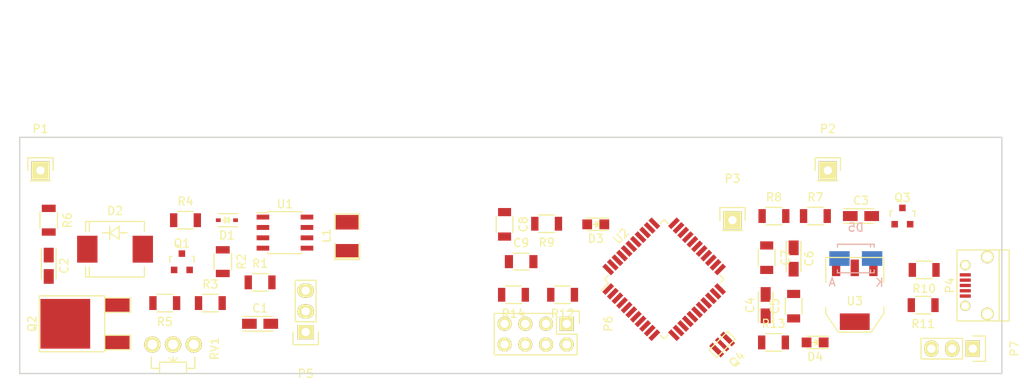
<source format=kicad_pcb>
(kicad_pcb (version 4) (host pcbnew 4.0.2+dfsg1-stable)

  (general
    (links 95)
    (no_connects 95)
    (area 60.931667 -2.00384 186.75 84.356333)
    (thickness 1.6)
    (drawings 8)
    (tracks 0)
    (zones 0)
    (modules 44)
    (nets 36)
  )

  (page A4)
  (layers
    (0 F.Cu signal)
    (31 B.Cu signal)
    (32 B.Adhes user)
    (33 F.Adhes user)
    (34 B.Paste user)
    (35 F.Paste user)
    (36 B.SilkS user)
    (37 F.SilkS user)
    (38 B.Mask user)
    (39 F.Mask user)
    (40 Dwgs.User user)
    (41 Cmts.User user)
    (42 Eco1.User user)
    (43 Eco2.User user)
    (44 Edge.Cuts user)
    (45 Margin user)
    (46 B.CrtYd user)
    (47 F.CrtYd user)
    (48 B.Fab user)
    (49 F.Fab user)
  )

  (setup
    (last_trace_width 0.25)
    (trace_clearance 0.2)
    (zone_clearance 0.508)
    (zone_45_only no)
    (trace_min 0.2)
    (segment_width 0.2)
    (edge_width 0.15)
    (via_size 0.6)
    (via_drill 0.4)
    (via_min_size 0.4)
    (via_min_drill 0.3)
    (uvia_size 0.3)
    (uvia_drill 0.1)
    (uvias_allowed no)
    (uvia_min_size 0.2)
    (uvia_min_drill 0.1)
    (pcb_text_width 0.3)
    (pcb_text_size 1.5 1.5)
    (mod_edge_width 0.15)
    (mod_text_size 1 1)
    (mod_text_width 0.15)
    (pad_size 1.524 1.524)
    (pad_drill 0.762)
    (pad_to_mask_clearance 0.2)
    (aux_axis_origin 0 0)
    (visible_elements FFFFFF7F)
    (pcbplotparams
      (layerselection 0x00030_80000001)
      (usegerberextensions false)
      (excludeedgelayer true)
      (linewidth 0.100000)
      (plotframeref false)
      (viasonmask false)
      (mode 1)
      (useauxorigin false)
      (hpglpennumber 1)
      (hpglpenspeed 20)
      (hpglpendiameter 15)
      (hpglpenoverlay 2)
      (psnegative false)
      (psa4output false)
      (plotreference true)
      (plotvalue true)
      (plotinvisibletext false)
      (padsonsilk false)
      (subtractmaskfromsilk false)
      (outputformat 1)
      (mirror false)
      (drillshape 1)
      (scaleselection 1)
      (outputdirectory ""))
  )

  (net 0 "")
  (net 1 GND)
  (net 2 "Net-(C1-Pad1)")
  (net 3 "Net-(C2-Pad1)")
  (net 4 "Net-(C3-Pad1)")
  (net 5 "Net-(D1-Pad2)")
  (net 6 "Net-(D2-Pad2)")
  (net 7 +3V3)
  (net 8 "Net-(P1-Pad1)")
  (net 9 "Net-(Q1-Pad3)")
  (net 10 "Net-(R2-Pad2)")
  (net 11 "Net-(R5-Pad1)")
  (net 12 "Net-(Q1-Pad1)")
  (net 13 "Net-(Q2-Pad1)")
  (net 14 "Net-(Q3-Pad1)")
  (net 15 +5V)
  (net 16 PULSE)
  (net 17 "Net-(C8-Pad1)")
  (net 18 "Net-(C9-Pad2)")
  (net 19 "Net-(D3-Pad2)")
  (net 20 "Net-(D4-Pad2)")
  (net 21 D-)
  (net 22 D+)
  (net 23 "Net-(Q4-Pad1)")
  (net 24 "Net-(Q4-Pad3)")
  (net 25 "Net-(R10-Pad2)")
  (net 26 "Net-(R11-Pad2)")
  (net 27 "Net-(R13-Pad1)")
  (net 28 "Net-(D5-Pad1)")
  (net 29 "Net-(L1-Pad2)")
  (net 30 MISO)
  (net 31 SCLK)
  (net 32 MOSI)
  (net 33 RST)
  (net 34 SCL)
  (net 35 SDA)

  (net_class Default "This is the default net class."
    (clearance 0.2)
    (trace_width 0.25)
    (via_dia 0.6)
    (via_drill 0.4)
    (uvia_dia 0.3)
    (uvia_drill 0.1)
    (add_net +3V3)
    (add_net +5V)
    (add_net D+)
    (add_net D-)
    (add_net GND)
    (add_net MISO)
    (add_net MOSI)
    (add_net "Net-(C1-Pad1)")
    (add_net "Net-(C2-Pad1)")
    (add_net "Net-(C3-Pad1)")
    (add_net "Net-(C8-Pad1)")
    (add_net "Net-(C9-Pad2)")
    (add_net "Net-(D1-Pad2)")
    (add_net "Net-(D2-Pad2)")
    (add_net "Net-(D3-Pad2)")
    (add_net "Net-(D4-Pad2)")
    (add_net "Net-(D5-Pad1)")
    (add_net "Net-(L1-Pad2)")
    (add_net "Net-(P1-Pad1)")
    (add_net "Net-(Q1-Pad1)")
    (add_net "Net-(Q1-Pad3)")
    (add_net "Net-(Q2-Pad1)")
    (add_net "Net-(Q3-Pad1)")
    (add_net "Net-(Q4-Pad1)")
    (add_net "Net-(Q4-Pad3)")
    (add_net "Net-(R10-Pad2)")
    (add_net "Net-(R11-Pad2)")
    (add_net "Net-(R13-Pad1)")
    (add_net "Net-(R2-Pad2)")
    (add_net "Net-(R5-Pad1)")
    (add_net PULSE)
    (add_net RST)
    (add_net SCL)
    (add_net SCLK)
    (add_net SDA)
  )

  (module Capacitors_Tantalum_SMD:TantalC_SizeA_EIA-3216_Reflow (layer F.Cu) (tedit 555EF642) (tstamp 5BE12ED1)
    (at 92.964 76.2)
    (descr "Tantal Cap. , Size A, EIA-3216, Reflow")
    (tags "Tantal Capacitor Size-A EIA-3216 reflow")
    (path /5BE0E83A)
    (attr smd)
    (fp_text reference C1 (at 0 -1.9) (layer F.SilkS)
      (effects (font (size 1 1) (thickness 0.15)))
    )
    (fp_text value 1nF (at 0 2.1) (layer F.Fab)
      (effects (font (size 1 1) (thickness 0.15)))
    )
    (fp_line (start 1.6 0.9) (end -2.1 0.9) (layer F.SilkS) (width 0.15))
    (fp_line (start 1.6 -0.9) (end -2.1 -0.9) (layer F.SilkS) (width 0.15))
    (fp_line (start -2.5 1.2) (end 2.5 1.2) (layer F.CrtYd) (width 0.05))
    (fp_line (start 2.5 1.2) (end 2.5 -1.2) (layer F.CrtYd) (width 0.05))
    (fp_line (start 2.5 -1.2) (end -2.5 -1.2) (layer F.CrtYd) (width 0.05))
    (fp_line (start -2.5 -1.2) (end -2.5 1.2) (layer F.CrtYd) (width 0.05))
    (pad 2 smd rect (at 1.31 0) (size 1.8 1.23) (layers F.Cu F.Paste F.Mask)
      (net 1 GND))
    (pad 1 smd rect (at -1.31 0) (size 1.8 1.23) (layers F.Cu F.Paste F.Mask)
      (net 2 "Net-(C1-Pad1)"))
    (model Capacitors_Tantalum_SMD.3dshapes/TantalC_SizeA_EIA-3216_Reflow.wrl
      (at (xyz 0 0 0))
      (scale (xyz 1 1 1))
      (rotate (xyz 0 0 180))
    )
  )

  (module Capacitors_Tantalum_SMD:TantalC_SizeA_EIA-3216_Reflow (layer F.Cu) (tedit 555EF642) (tstamp 5BE12ED7)
    (at 67.056 69.088 270)
    (descr "Tantal Cap. , Size A, EIA-3216, Reflow")
    (tags "Tantal Capacitor Size-A EIA-3216 reflow")
    (path /5BE0EDC8)
    (attr smd)
    (fp_text reference C2 (at 0 -1.9 270) (layer F.SilkS)
      (effects (font (size 1 1) (thickness 0.15)))
    )
    (fp_text value 0.01uf (at 0 2.1 270) (layer F.Fab)
      (effects (font (size 1 1) (thickness 0.15)))
    )
    (fp_line (start 1.6 0.9) (end -2.1 0.9) (layer F.SilkS) (width 0.15))
    (fp_line (start 1.6 -0.9) (end -2.1 -0.9) (layer F.SilkS) (width 0.15))
    (fp_line (start -2.5 1.2) (end 2.5 1.2) (layer F.CrtYd) (width 0.05))
    (fp_line (start 2.5 1.2) (end 2.5 -1.2) (layer F.CrtYd) (width 0.05))
    (fp_line (start 2.5 -1.2) (end -2.5 -1.2) (layer F.CrtYd) (width 0.05))
    (fp_line (start -2.5 -1.2) (end -2.5 1.2) (layer F.CrtYd) (width 0.05))
    (pad 2 smd rect (at 1.31 0 270) (size 1.8 1.23) (layers F.Cu F.Paste F.Mask)
      (net 1 GND))
    (pad 1 smd rect (at -1.31 0 270) (size 1.8 1.23) (layers F.Cu F.Paste F.Mask)
      (net 3 "Net-(C2-Pad1)"))
    (model Capacitors_Tantalum_SMD.3dshapes/TantalC_SizeA_EIA-3216_Reflow.wrl
      (at (xyz 0 0 0))
      (scale (xyz 1 1 1))
      (rotate (xyz 0 0 180))
    )
  )

  (module Capacitors_Tantalum_SMD:TantalC_SizeA_EIA-3216_Reflow (layer F.Cu) (tedit 555EF642) (tstamp 5BE12EDD)
    (at 166.624 62.992)
    (descr "Tantal Cap. , Size A, EIA-3216, Reflow")
    (tags "Tantal Capacitor Size-A EIA-3216 reflow")
    (path /5BE0FE37)
    (attr smd)
    (fp_text reference C3 (at 0 -1.9) (layer F.SilkS)
      (effects (font (size 1 1) (thickness 0.15)))
    )
    (fp_text value 220pF (at 0 2.1) (layer F.Fab)
      (effects (font (size 1 1) (thickness 0.15)))
    )
    (fp_line (start 1.6 0.9) (end -2.1 0.9) (layer F.SilkS) (width 0.15))
    (fp_line (start 1.6 -0.9) (end -2.1 -0.9) (layer F.SilkS) (width 0.15))
    (fp_line (start -2.5 1.2) (end 2.5 1.2) (layer F.CrtYd) (width 0.05))
    (fp_line (start 2.5 1.2) (end 2.5 -1.2) (layer F.CrtYd) (width 0.05))
    (fp_line (start 2.5 -1.2) (end -2.5 -1.2) (layer F.CrtYd) (width 0.05))
    (fp_line (start -2.5 -1.2) (end -2.5 1.2) (layer F.CrtYd) (width 0.05))
    (pad 2 smd rect (at 1.31 0) (size 1.8 1.23) (layers F.Cu F.Paste F.Mask)
      (net 1 GND))
    (pad 1 smd rect (at -1.31 0) (size 1.8 1.23) (layers F.Cu F.Paste F.Mask)
      (net 4 "Net-(C3-Pad1)"))
    (model Capacitors_Tantalum_SMD.3dshapes/TantalC_SizeA_EIA-3216_Reflow.wrl
      (at (xyz 0 0 0))
      (scale (xyz 1 1 1))
      (rotate (xyz 0 0 180))
    )
  )

  (module SMD_Packages:SMD-1210_Pol (layer F.Cu) (tedit 0) (tstamp 5BE12EEF)
    (at 103.632 65.532 90)
    (tags "CMS SM")
    (path /5BE0ED37)
    (attr smd)
    (fp_text reference L1 (at 0.127 -2.54 90) (layer F.SilkS)
      (effects (font (size 1 1) (thickness 0.15)))
    )
    (fp_text value 10mH (at 0 3.048 90) (layer F.Fab)
      (effects (font (size 1 1) (thickness 0.15)))
    )
    (fp_line (start -2.794 -1.524) (end -2.794 1.524) (layer F.SilkS) (width 0.15))
    (fp_line (start 0.889 1.524) (end 2.794 1.524) (layer F.SilkS) (width 0.15))
    (fp_line (start 2.794 1.524) (end 2.794 -1.524) (layer F.SilkS) (width 0.15))
    (fp_line (start 2.794 -1.524) (end 0.889 -1.524) (layer F.SilkS) (width 0.15))
    (fp_line (start -0.762 -1.524) (end -2.794 -1.524) (layer F.SilkS) (width 0.15))
    (fp_line (start -2.594 -1.524) (end -2.594 1.524) (layer F.SilkS) (width 0.15))
    (fp_line (start -2.794 1.524) (end -0.762 1.524) (layer F.SilkS) (width 0.15))
    (pad 1 smd rect (at -1.778 0 90) (size 1.778 2.794) (layers F.Cu F.Paste F.Mask)
      (net 6 "Net-(D2-Pad2)"))
    (pad 2 smd rect (at 1.778 0 90) (size 1.778 2.794) (layers F.Cu F.Paste F.Mask)
      (net 29 "Net-(L1-Pad2)"))
    (model SMD_Packages.3dshapes/SMD-1210_Pol.wrl
      (at (xyz 0 0 0))
      (scale (xyz 0.2 0.2 0.2))
      (rotate (xyz 0 0 0))
    )
  )

  (module Pin_Headers:Pin_Header_Straight_1x01 (layer F.Cu) (tedit 54EA08DC) (tstamp 5BE12EF4)
    (at 66.04 57.404)
    (descr "Through hole pin header")
    (tags "pin header")
    (path /5BE0FB6C)
    (fp_text reference P1 (at 0 -5.1) (layer F.SilkS)
      (effects (font (size 1 1) (thickness 0.15)))
    )
    (fp_text value CONN_01X01 (at 0 -3.1) (layer F.Fab)
      (effects (font (size 1 1) (thickness 0.15)))
    )
    (fp_line (start 1.55 -1.55) (end 1.55 0) (layer F.SilkS) (width 0.15))
    (fp_line (start -1.75 -1.75) (end -1.75 1.75) (layer F.CrtYd) (width 0.05))
    (fp_line (start 1.75 -1.75) (end 1.75 1.75) (layer F.CrtYd) (width 0.05))
    (fp_line (start -1.75 -1.75) (end 1.75 -1.75) (layer F.CrtYd) (width 0.05))
    (fp_line (start -1.75 1.75) (end 1.75 1.75) (layer F.CrtYd) (width 0.05))
    (fp_line (start -1.55 0) (end -1.55 -1.55) (layer F.SilkS) (width 0.15))
    (fp_line (start -1.55 -1.55) (end 1.55 -1.55) (layer F.SilkS) (width 0.15))
    (fp_line (start -1.27 1.27) (end 1.27 1.27) (layer F.SilkS) (width 0.15))
    (pad 1 thru_hole rect (at 0 0) (size 2.2352 2.2352) (drill 1.016) (layers *.Cu *.Mask F.SilkS)
      (net 8 "Net-(P1-Pad1)"))
    (model Pin_Headers.3dshapes/Pin_Header_Straight_1x01.wrl
      (at (xyz 0 0 0))
      (scale (xyz 1 1 1))
      (rotate (xyz 0 0 90))
    )
  )

  (module Pin_Headers:Pin_Header_Straight_1x01 (layer F.Cu) (tedit 54EA08DC) (tstamp 5BE12EF9)
    (at 162.56 57.404)
    (descr "Through hole pin header")
    (tags "pin header")
    (path /5BE0FDC9)
    (fp_text reference P2 (at 0 -5.1) (layer F.SilkS)
      (effects (font (size 1 1) (thickness 0.15)))
    )
    (fp_text value CONN_01X01 (at 0 -3.1) (layer F.Fab)
      (effects (font (size 1 1) (thickness 0.15)))
    )
    (fp_line (start 1.55 -1.55) (end 1.55 0) (layer F.SilkS) (width 0.15))
    (fp_line (start -1.75 -1.75) (end -1.75 1.75) (layer F.CrtYd) (width 0.05))
    (fp_line (start 1.75 -1.75) (end 1.75 1.75) (layer F.CrtYd) (width 0.05))
    (fp_line (start -1.75 -1.75) (end 1.75 -1.75) (layer F.CrtYd) (width 0.05))
    (fp_line (start -1.75 1.75) (end 1.75 1.75) (layer F.CrtYd) (width 0.05))
    (fp_line (start -1.55 0) (end -1.55 -1.55) (layer F.SilkS) (width 0.15))
    (fp_line (start -1.55 -1.55) (end 1.55 -1.55) (layer F.SilkS) (width 0.15))
    (fp_line (start -1.27 1.27) (end 1.27 1.27) (layer F.SilkS) (width 0.15))
    (pad 1 thru_hole rect (at 0 0) (size 2.2352 2.2352) (drill 1.016) (layers *.Cu *.Mask F.SilkS)
      (net 4 "Net-(C3-Pad1)"))
    (model Pin_Headers.3dshapes/Pin_Header_Straight_1x01.wrl
      (at (xyz 0 0 0))
      (scale (xyz 1 1 1))
      (rotate (xyz 0 0 90))
    )
  )

  (module Pin_Headers:Pin_Header_Straight_1x01 (layer F.Cu) (tedit 54EA08DC) (tstamp 5BE12EFE)
    (at 150.876 63.5)
    (descr "Through hole pin header")
    (tags "pin header")
    (path /5BE104B3)
    (fp_text reference P3 (at 0 -5.1) (layer F.SilkS)
      (effects (font (size 1 1) (thickness 0.15)))
    )
    (fp_text value CONN_01X01 (at 0 -3.1) (layer F.Fab)
      (effects (font (size 1 1) (thickness 0.15)))
    )
    (fp_line (start 1.55 -1.55) (end 1.55 0) (layer F.SilkS) (width 0.15))
    (fp_line (start -1.75 -1.75) (end -1.75 1.75) (layer F.CrtYd) (width 0.05))
    (fp_line (start 1.75 -1.75) (end 1.75 1.75) (layer F.CrtYd) (width 0.05))
    (fp_line (start -1.75 -1.75) (end 1.75 -1.75) (layer F.CrtYd) (width 0.05))
    (fp_line (start -1.75 1.75) (end 1.75 1.75) (layer F.CrtYd) (width 0.05))
    (fp_line (start -1.55 0) (end -1.55 -1.55) (layer F.SilkS) (width 0.15))
    (fp_line (start -1.55 -1.55) (end 1.55 -1.55) (layer F.SilkS) (width 0.15))
    (fp_line (start -1.27 1.27) (end 1.27 1.27) (layer F.SilkS) (width 0.15))
    (pad 1 thru_hole rect (at 0 0) (size 2.2352 2.2352) (drill 1.016) (layers *.Cu *.Mask F.SilkS)
      (net 16 PULSE))
    (model Pin_Headers.3dshapes/Pin_Header_Straight_1x01.wrl
      (at (xyz 0 0 0))
      (scale (xyz 1 1 1))
      (rotate (xyz 0 0 90))
    )
  )

  (module TO_SOT_Packages_SMD:SOT-23 (layer F.Cu) (tedit 553634F8) (tstamp 5BE12F05)
    (at 83.378 68.59524)
    (descr "SOT-23, Standard")
    (tags SOT-23)
    (path /5BE1A698)
    (attr smd)
    (fp_text reference Q1 (at 0 -2.25) (layer F.SilkS)
      (effects (font (size 1 1) (thickness 0.15)))
    )
    (fp_text value MMBT3904 (at 0 2.3) (layer F.Fab)
      (effects (font (size 1 1) (thickness 0.15)))
    )
    (fp_line (start -1.65 -1.6) (end 1.65 -1.6) (layer F.CrtYd) (width 0.05))
    (fp_line (start 1.65 -1.6) (end 1.65 1.6) (layer F.CrtYd) (width 0.05))
    (fp_line (start 1.65 1.6) (end -1.65 1.6) (layer F.CrtYd) (width 0.05))
    (fp_line (start -1.65 1.6) (end -1.65 -1.6) (layer F.CrtYd) (width 0.05))
    (fp_line (start 1.29916 -0.65024) (end 1.2509 -0.65024) (layer F.SilkS) (width 0.15))
    (fp_line (start -1.49982 0.0508) (end -1.49982 -0.65024) (layer F.SilkS) (width 0.15))
    (fp_line (start -1.49982 -0.65024) (end -1.2509 -0.65024) (layer F.SilkS) (width 0.15))
    (fp_line (start 1.29916 -0.65024) (end 1.49982 -0.65024) (layer F.SilkS) (width 0.15))
    (fp_line (start 1.49982 -0.65024) (end 1.49982 0.0508) (layer F.SilkS) (width 0.15))
    (pad 1 smd rect (at -0.95 1.00076) (size 0.8001 0.8001) (layers F.Cu F.Paste F.Mask)
      (net 12 "Net-(Q1-Pad1)"))
    (pad 2 smd rect (at 0.95 1.00076) (size 0.8001 0.8001) (layers F.Cu F.Paste F.Mask)
      (net 1 GND))
    (pad 3 smd rect (at 0 -0.99822) (size 0.8001 0.8001) (layers F.Cu F.Paste F.Mask)
      (net 9 "Net-(Q1-Pad3)"))
    (model TO_SOT_Packages_SMD.3dshapes/SOT-23.wrl
      (at (xyz 0 0 0))
      (scale (xyz 1 1 1))
      (rotate (xyz 0 0 0))
    )
  )

  (module TO_SOT_Packages_SMD:SOT-23 (layer F.Cu) (tedit 553634F8) (tstamp 5BE12F13)
    (at 171.704 62.992)
    (descr "SOT-23, Standard")
    (tags SOT-23)
    (path /5BE1A585)
    (attr smd)
    (fp_text reference Q3 (at 0 -2.25) (layer F.SilkS)
      (effects (font (size 1 1) (thickness 0.15)))
    )
    (fp_text value MMBT3904 (at 0 2.3) (layer F.Fab)
      (effects (font (size 1 1) (thickness 0.15)))
    )
    (fp_line (start -1.65 -1.6) (end 1.65 -1.6) (layer F.CrtYd) (width 0.05))
    (fp_line (start 1.65 -1.6) (end 1.65 1.6) (layer F.CrtYd) (width 0.05))
    (fp_line (start 1.65 1.6) (end -1.65 1.6) (layer F.CrtYd) (width 0.05))
    (fp_line (start -1.65 1.6) (end -1.65 -1.6) (layer F.CrtYd) (width 0.05))
    (fp_line (start 1.29916 -0.65024) (end 1.2509 -0.65024) (layer F.SilkS) (width 0.15))
    (fp_line (start -1.49982 0.0508) (end -1.49982 -0.65024) (layer F.SilkS) (width 0.15))
    (fp_line (start -1.49982 -0.65024) (end -1.2509 -0.65024) (layer F.SilkS) (width 0.15))
    (fp_line (start 1.29916 -0.65024) (end 1.49982 -0.65024) (layer F.SilkS) (width 0.15))
    (fp_line (start 1.49982 -0.65024) (end 1.49982 0.0508) (layer F.SilkS) (width 0.15))
    (pad 1 smd rect (at -0.95 1.00076) (size 0.8001 0.8001) (layers F.Cu F.Paste F.Mask)
      (net 14 "Net-(Q3-Pad1)"))
    (pad 2 smd rect (at 0.95 1.00076) (size 0.8001 0.8001) (layers F.Cu F.Paste F.Mask)
      (net 1 GND))
    (pad 3 smd rect (at 0 -0.99822) (size 0.8001 0.8001) (layers F.Cu F.Paste F.Mask)
      (net 16 PULSE))
    (model TO_SOT_Packages_SMD.3dshapes/SOT-23.wrl
      (at (xyz 0 0 0))
      (scale (xyz 1 1 1))
      (rotate (xyz 0 0 0))
    )
  )

  (module Resistors_SMD:R_1206 (layer F.Cu) (tedit 5415CFA7) (tstamp 5BE12F19)
    (at 92.964 71.12)
    (descr "Resistor SMD 1206, reflow soldering, Vishay (see dcrcw.pdf)")
    (tags "resistor 1206")
    (path /5BE0E558)
    (attr smd)
    (fp_text reference R1 (at 0 -2.3) (layer F.SilkS)
      (effects (font (size 1 1) (thickness 0.15)))
    )
    (fp_text value 220k (at 0 2.3) (layer F.Fab)
      (effects (font (size 1 1) (thickness 0.15)))
    )
    (fp_line (start -2.2 -1.2) (end 2.2 -1.2) (layer F.CrtYd) (width 0.05))
    (fp_line (start -2.2 1.2) (end 2.2 1.2) (layer F.CrtYd) (width 0.05))
    (fp_line (start -2.2 -1.2) (end -2.2 1.2) (layer F.CrtYd) (width 0.05))
    (fp_line (start 2.2 -1.2) (end 2.2 1.2) (layer F.CrtYd) (width 0.05))
    (fp_line (start 1 1.075) (end -1 1.075) (layer F.SilkS) (width 0.15))
    (fp_line (start -1 -1.075) (end 1 -1.075) (layer F.SilkS) (width 0.15))
    (pad 1 smd rect (at -1.45 0) (size 0.9 1.7) (layers F.Cu F.Paste F.Mask)
      (net 2 "Net-(C1-Pad1)"))
    (pad 2 smd rect (at 1.45 0) (size 0.9 1.7) (layers F.Cu F.Paste F.Mask)
      (net 1 GND))
    (model Resistors_SMD.3dshapes/R_1206.wrl
      (at (xyz 0 0 0))
      (scale (xyz 1 1 1))
      (rotate (xyz 0 0 0))
    )
  )

  (module Resistors_SMD:R_1206 (layer F.Cu) (tedit 5415CFA7) (tstamp 5BE12F1F)
    (at 88.392 68.58 270)
    (descr "Resistor SMD 1206, reflow soldering, Vishay (see dcrcw.pdf)")
    (tags "resistor 1206")
    (path /5BE0E6B1)
    (attr smd)
    (fp_text reference R2 (at 0 -2.3 270) (layer F.SilkS)
      (effects (font (size 1 1) (thickness 0.15)))
    )
    (fp_text value 1k (at 0 2.3 270) (layer F.Fab)
      (effects (font (size 1 1) (thickness 0.15)))
    )
    (fp_line (start -2.2 -1.2) (end 2.2 -1.2) (layer F.CrtYd) (width 0.05))
    (fp_line (start -2.2 1.2) (end 2.2 1.2) (layer F.CrtYd) (width 0.05))
    (fp_line (start -2.2 -1.2) (end -2.2 1.2) (layer F.CrtYd) (width 0.05))
    (fp_line (start 2.2 -1.2) (end 2.2 1.2) (layer F.CrtYd) (width 0.05))
    (fp_line (start 1 1.075) (end -1 1.075) (layer F.SilkS) (width 0.15))
    (fp_line (start -1 -1.075) (end 1 -1.075) (layer F.SilkS) (width 0.15))
    (pad 1 smd rect (at -1.45 0 270) (size 0.9 1.7) (layers F.Cu F.Paste F.Mask)
      (net 5 "Net-(D1-Pad2)"))
    (pad 2 smd rect (at 1.45 0 270) (size 0.9 1.7) (layers F.Cu F.Paste F.Mask)
      (net 10 "Net-(R2-Pad2)"))
    (model Resistors_SMD.3dshapes/R_1206.wrl
      (at (xyz 0 0 0))
      (scale (xyz 1 1 1))
      (rotate (xyz 0 0 0))
    )
  )

  (module Resistors_SMD:R_1206 (layer F.Cu) (tedit 5415CFA7) (tstamp 5BE12F25)
    (at 86.868 73.66)
    (descr "Resistor SMD 1206, reflow soldering, Vishay (see dcrcw.pdf)")
    (tags "resistor 1206")
    (path /5BE0E66E)
    (attr smd)
    (fp_text reference R3 (at 0 -2.3) (layer F.SilkS)
      (effects (font (size 1 1) (thickness 0.15)))
    )
    (fp_text value 330 (at 0 2.3) (layer F.Fab)
      (effects (font (size 1 1) (thickness 0.15)))
    )
    (fp_line (start -2.2 -1.2) (end 2.2 -1.2) (layer F.CrtYd) (width 0.05))
    (fp_line (start -2.2 1.2) (end 2.2 1.2) (layer F.CrtYd) (width 0.05))
    (fp_line (start -2.2 -1.2) (end -2.2 1.2) (layer F.CrtYd) (width 0.05))
    (fp_line (start 2.2 -1.2) (end 2.2 1.2) (layer F.CrtYd) (width 0.05))
    (fp_line (start 1 1.075) (end -1 1.075) (layer F.SilkS) (width 0.15))
    (fp_line (start -1 -1.075) (end 1 -1.075) (layer F.SilkS) (width 0.15))
    (pad 1 smd rect (at -1.45 0) (size 0.9 1.7) (layers F.Cu F.Paste F.Mask)
      (net 13 "Net-(Q2-Pad1)"))
    (pad 2 smd rect (at 1.45 0) (size 0.9 1.7) (layers F.Cu F.Paste F.Mask)
      (net 10 "Net-(R2-Pad2)"))
    (model Resistors_SMD.3dshapes/R_1206.wrl
      (at (xyz 0 0 0))
      (scale (xyz 1 1 1))
      (rotate (xyz 0 0 0))
    )
  )

  (module Resistors_SMD:R_1206 (layer F.Cu) (tedit 5415CFA7) (tstamp 5BE12F2B)
    (at 83.82 63.5)
    (descr "Resistor SMD 1206, reflow soldering, Vishay (see dcrcw.pdf)")
    (tags "resistor 1206")
    (path /5BE0F23A)
    (attr smd)
    (fp_text reference R4 (at 0 -2.3) (layer F.SilkS)
      (effects (font (size 1 1) (thickness 0.15)))
    )
    (fp_text value 100k (at 0 2.3) (layer F.Fab)
      (effects (font (size 1 1) (thickness 0.15)))
    )
    (fp_line (start -2.2 -1.2) (end 2.2 -1.2) (layer F.CrtYd) (width 0.05))
    (fp_line (start -2.2 1.2) (end 2.2 1.2) (layer F.CrtYd) (width 0.05))
    (fp_line (start -2.2 -1.2) (end -2.2 1.2) (layer F.CrtYd) (width 0.05))
    (fp_line (start 2.2 -1.2) (end 2.2 1.2) (layer F.CrtYd) (width 0.05))
    (fp_line (start 1 1.075) (end -1 1.075) (layer F.SilkS) (width 0.15))
    (fp_line (start -1 -1.075) (end 1 -1.075) (layer F.SilkS) (width 0.15))
    (pad 1 smd rect (at -1.45 0) (size 0.9 1.7) (layers F.Cu F.Paste F.Mask)
      (net 9 "Net-(Q1-Pad3)"))
    (pad 2 smd rect (at 1.45 0) (size 0.9 1.7) (layers F.Cu F.Paste F.Mask)
      (net 29 "Net-(L1-Pad2)"))
    (model Resistors_SMD.3dshapes/R_1206.wrl
      (at (xyz 0 0 0))
      (scale (xyz 1 1 1))
      (rotate (xyz 0 0 0))
    )
  )

  (module Resistors_SMD:R_1206 (layer F.Cu) (tedit 5415CFA7) (tstamp 5BE12F31)
    (at 81.28 73.66 180)
    (descr "Resistor SMD 1206, reflow soldering, Vishay (see dcrcw.pdf)")
    (tags "resistor 1206")
    (path /5BE0F516)
    (attr smd)
    (fp_text reference R5 (at 0 -2.3 180) (layer F.SilkS)
      (effects (font (size 1 1) (thickness 0.15)))
    )
    (fp_text value 15 (at 0 2.3 180) (layer F.Fab)
      (effects (font (size 1 1) (thickness 0.15)))
    )
    (fp_line (start -2.2 -1.2) (end 2.2 -1.2) (layer F.CrtYd) (width 0.05))
    (fp_line (start -2.2 1.2) (end 2.2 1.2) (layer F.CrtYd) (width 0.05))
    (fp_line (start -2.2 -1.2) (end -2.2 1.2) (layer F.CrtYd) (width 0.05))
    (fp_line (start 2.2 -1.2) (end 2.2 1.2) (layer F.CrtYd) (width 0.05))
    (fp_line (start 1 1.075) (end -1 1.075) (layer F.SilkS) (width 0.15))
    (fp_line (start -1 -1.075) (end 1 -1.075) (layer F.SilkS) (width 0.15))
    (pad 1 smd rect (at -1.45 0 180) (size 0.9 1.7) (layers F.Cu F.Paste F.Mask)
      (net 11 "Net-(R5-Pad1)"))
    (pad 2 smd rect (at 1.45 0 180) (size 0.9 1.7) (layers F.Cu F.Paste F.Mask)
      (net 12 "Net-(Q1-Pad1)"))
    (model Resistors_SMD.3dshapes/R_1206.wrl
      (at (xyz 0 0 0))
      (scale (xyz 1 1 1))
      (rotate (xyz 0 0 0))
    )
  )

  (module Resistors_SMD:R_1206 (layer F.Cu) (tedit 5415CFA7) (tstamp 5BE12F37)
    (at 67.056 63.5 270)
    (descr "Resistor SMD 1206, reflow soldering, Vishay (see dcrcw.pdf)")
    (tags "resistor 1206")
    (path /5BE0EEF9)
    (attr smd)
    (fp_text reference R6 (at 0 -2.3 270) (layer F.SilkS)
      (effects (font (size 1 1) (thickness 0.15)))
    )
    (fp_text value 4.7M (at 0 2.3 270) (layer F.Fab)
      (effects (font (size 1 1) (thickness 0.15)))
    )
    (fp_line (start -2.2 -1.2) (end 2.2 -1.2) (layer F.CrtYd) (width 0.05))
    (fp_line (start -2.2 1.2) (end 2.2 1.2) (layer F.CrtYd) (width 0.05))
    (fp_line (start -2.2 -1.2) (end -2.2 1.2) (layer F.CrtYd) (width 0.05))
    (fp_line (start 2.2 -1.2) (end 2.2 1.2) (layer F.CrtYd) (width 0.05))
    (fp_line (start 1 1.075) (end -1 1.075) (layer F.SilkS) (width 0.15))
    (fp_line (start -1 -1.075) (end 1 -1.075) (layer F.SilkS) (width 0.15))
    (pad 1 smd rect (at -1.45 0 270) (size 0.9 1.7) (layers F.Cu F.Paste F.Mask)
      (net 8 "Net-(P1-Pad1)"))
    (pad 2 smd rect (at 1.45 0 270) (size 0.9 1.7) (layers F.Cu F.Paste F.Mask)
      (net 3 "Net-(C2-Pad1)"))
    (model Resistors_SMD.3dshapes/R_1206.wrl
      (at (xyz 0 0 0))
      (scale (xyz 1 1 1))
      (rotate (xyz 0 0 0))
    )
  )

  (module Resistors_SMD:R_1206 (layer F.Cu) (tedit 5415CFA7) (tstamp 5BE12F3D)
    (at 161.036 62.992)
    (descr "Resistor SMD 1206, reflow soldering, Vishay (see dcrcw.pdf)")
    (tags "resistor 1206")
    (path /5BE0FEB0)
    (attr smd)
    (fp_text reference R7 (at 0 -2.3) (layer F.SilkS)
      (effects (font (size 1 1) (thickness 0.15)))
    )
    (fp_text value 22k (at 0 2.3) (layer F.Fab)
      (effects (font (size 1 1) (thickness 0.15)))
    )
    (fp_line (start -2.2 -1.2) (end 2.2 -1.2) (layer F.CrtYd) (width 0.05))
    (fp_line (start -2.2 1.2) (end 2.2 1.2) (layer F.CrtYd) (width 0.05))
    (fp_line (start -2.2 -1.2) (end -2.2 1.2) (layer F.CrtYd) (width 0.05))
    (fp_line (start 2.2 -1.2) (end 2.2 1.2) (layer F.CrtYd) (width 0.05))
    (fp_line (start 1 1.075) (end -1 1.075) (layer F.SilkS) (width 0.15))
    (fp_line (start -1 -1.075) (end 1 -1.075) (layer F.SilkS) (width 0.15))
    (pad 1 smd rect (at -1.45 0) (size 0.9 1.7) (layers F.Cu F.Paste F.Mask)
      (net 14 "Net-(Q3-Pad1)"))
    (pad 2 smd rect (at 1.45 0) (size 0.9 1.7) (layers F.Cu F.Paste F.Mask)
      (net 4 "Net-(C3-Pad1)"))
    (model Resistors_SMD.3dshapes/R_1206.wrl
      (at (xyz 0 0 0))
      (scale (xyz 1 1 1))
      (rotate (xyz 0 0 0))
    )
  )

  (module Resistors_SMD:R_1206 (layer F.Cu) (tedit 5415CFA7) (tstamp 5BE12F43)
    (at 155.956 62.992)
    (descr "Resistor SMD 1206, reflow soldering, Vishay (see dcrcw.pdf)")
    (tags "resistor 1206")
    (path /5BE0FFA5)
    (attr smd)
    (fp_text reference R8 (at 0 -2.3) (layer F.SilkS)
      (effects (font (size 1 1) (thickness 0.15)))
    )
    (fp_text value 100k (at 0 2.3) (layer F.Fab)
      (effects (font (size 1 1) (thickness 0.15)))
    )
    (fp_line (start -2.2 -1.2) (end 2.2 -1.2) (layer F.CrtYd) (width 0.05))
    (fp_line (start -2.2 1.2) (end 2.2 1.2) (layer F.CrtYd) (width 0.05))
    (fp_line (start -2.2 -1.2) (end -2.2 1.2) (layer F.CrtYd) (width 0.05))
    (fp_line (start 2.2 -1.2) (end 2.2 1.2) (layer F.CrtYd) (width 0.05))
    (fp_line (start 1 1.075) (end -1 1.075) (layer F.SilkS) (width 0.15))
    (fp_line (start -1 -1.075) (end 1 -1.075) (layer F.SilkS) (width 0.15))
    (pad 1 smd rect (at -1.45 0) (size 0.9 1.7) (layers F.Cu F.Paste F.Mask)
      (net 1 GND))
    (pad 2 smd rect (at 1.45 0) (size 0.9 1.7) (layers F.Cu F.Paste F.Mask)
      (net 14 "Net-(Q3-Pad1)"))
    (model Resistors_SMD.3dshapes/R_1206.wrl
      (at (xyz 0 0 0))
      (scale (xyz 1 1 1))
      (rotate (xyz 0 0 0))
    )
  )

  (module Resistors_SMD:R_1206 (layer F.Cu) (tedit 5415CFA7) (tstamp 5BE12F49)
    (at 128.09 63.934 180)
    (descr "Resistor SMD 1206, reflow soldering, Vishay (see dcrcw.pdf)")
    (tags "resistor 1206")
    (path /5BE1027E)
    (attr smd)
    (fp_text reference R9 (at 0 -2.3 180) (layer F.SilkS)
      (effects (font (size 1 1) (thickness 0.15)))
    )
    (fp_text value 10k (at 0 2.3 180) (layer F.Fab)
      (effects (font (size 1 1) (thickness 0.15)))
    )
    (fp_line (start -2.2 -1.2) (end 2.2 -1.2) (layer F.CrtYd) (width 0.05))
    (fp_line (start -2.2 1.2) (end 2.2 1.2) (layer F.CrtYd) (width 0.05))
    (fp_line (start -2.2 -1.2) (end -2.2 1.2) (layer F.CrtYd) (width 0.05))
    (fp_line (start 2.2 -1.2) (end 2.2 1.2) (layer F.CrtYd) (width 0.05))
    (fp_line (start 1 1.075) (end -1 1.075) (layer F.SilkS) (width 0.15))
    (fp_line (start -1 -1.075) (end 1 -1.075) (layer F.SilkS) (width 0.15))
    (pad 1 smd rect (at -1.45 0 180) (size 0.9 1.7) (layers F.Cu F.Paste F.Mask)
      (net 16 PULSE))
    (pad 2 smd rect (at 1.45 0 180) (size 0.9 1.7) (layers F.Cu F.Paste F.Mask)
      (net 7 +3V3))
    (model Resistors_SMD.3dshapes/R_1206.wrl
      (at (xyz 0 0 0))
      (scale (xyz 1 1 1))
      (rotate (xyz 0 0 0))
    )
  )

  (module Potentiometers:Potentiometer_WirePads_Small (layer F.Cu) (tedit 5446FD75) (tstamp 5BE12F50)
    (at 84.836 78.74 270)
    (descr "Potentiometer, Wire Pads only, small, RevA, 02 Aug 2010,")
    (tags "Potentiometer, Wire Pads only, small, RevA, 02 Aug 2010,")
    (path /5BE10E85)
    (fp_text reference RV1 (at 0.508 -2.54 270) (layer F.SilkS)
      (effects (font (size 1 1) (thickness 0.15)))
    )
    (fp_text value POT (at -1.34874 10.78992 270) (layer F.Fab)
      (effects (font (size 1 1) (thickness 0.15)))
    )
    (fp_line (start 2.921 4.191) (end 2.921 5.207) (layer F.SilkS) (width 0.15))
    (fp_line (start 2.921 5.207) (end 1.524 5.207) (layer F.SilkS) (width 0.15))
    (fp_line (start 2.921 0.889) (end 2.921 -0.127) (layer F.SilkS) (width 0.15))
    (fp_line (start 2.921 -0.127) (end 1.524 -0.127) (layer F.SilkS) (width 0.15))
    (fp_line (start 2.159 2.54) (end 1.524 2.54) (layer F.SilkS) (width 0.15))
    (fp_line (start 2.159 2.54) (end 1.651 3.048) (layer F.SilkS) (width 0.15))
    (fp_line (start 2.159 2.54) (end 1.651 2.032) (layer F.SilkS) (width 0.15))
    (fp_line (start 2.159 0.889) (end 3.556 0.889) (layer F.SilkS) (width 0.15))
    (fp_line (start 3.556 0.889) (end 3.556 4.191) (layer F.SilkS) (width 0.15))
    (fp_line (start 3.556 4.191) (end 2.159 4.191) (layer F.SilkS) (width 0.15))
    (fp_line (start 2.159 4.191) (end 2.159 0.889) (layer F.SilkS) (width 0.15))
    (pad 2 thru_hole circle (at 0 2.54 270) (size 1.99898 1.99898) (drill 1.19888) (layers *.Cu *.Mask F.SilkS)
      (net 11 "Net-(R5-Pad1)"))
    (pad 3 thru_hole circle (at 0 5.08 270) (size 1.99898 1.99898) (drill 1.19888) (layers *.Cu *.Mask F.SilkS)
      (net 1 GND))
    (pad 1 thru_hole circle (at 0 0 270) (size 1.99898 1.99898) (drill 1.19888) (layers *.Cu *.Mask F.SilkS)
      (net 11 "Net-(R5-Pad1)"))
  )

  (module Housings_SOIC:SOIC-8_3.9x4.9mm_Pitch1.27mm (layer F.Cu) (tedit 54130A77) (tstamp 5BE13039)
    (at 96.012 65.024)
    (descr "8-Lead Plastic Small Outline (SN) - Narrow, 3.90 mm Body [SOIC] (see Microchip Packaging Specification 00000049BS.pdf)")
    (tags "SOIC 1.27")
    (path /5BE0E0C5)
    (attr smd)
    (fp_text reference U1 (at 0 -3.5) (layer F.SilkS)
      (effects (font (size 1 1) (thickness 0.15)))
    )
    (fp_text value TLC555CP (at 0 3.5) (layer F.Fab)
      (effects (font (size 1 1) (thickness 0.15)))
    )
    (fp_line (start -3.75 -2.75) (end -3.75 2.75) (layer F.CrtYd) (width 0.05))
    (fp_line (start 3.75 -2.75) (end 3.75 2.75) (layer F.CrtYd) (width 0.05))
    (fp_line (start -3.75 -2.75) (end 3.75 -2.75) (layer F.CrtYd) (width 0.05))
    (fp_line (start -3.75 2.75) (end 3.75 2.75) (layer F.CrtYd) (width 0.05))
    (fp_line (start -2.075 -2.575) (end -2.075 -2.43) (layer F.SilkS) (width 0.15))
    (fp_line (start 2.075 -2.575) (end 2.075 -2.43) (layer F.SilkS) (width 0.15))
    (fp_line (start 2.075 2.575) (end 2.075 2.43) (layer F.SilkS) (width 0.15))
    (fp_line (start -2.075 2.575) (end -2.075 2.43) (layer F.SilkS) (width 0.15))
    (fp_line (start -2.075 -2.575) (end 2.075 -2.575) (layer F.SilkS) (width 0.15))
    (fp_line (start -2.075 2.575) (end 2.075 2.575) (layer F.SilkS) (width 0.15))
    (fp_line (start -2.075 -2.43) (end -3.475 -2.43) (layer F.SilkS) (width 0.15))
    (pad 1 smd rect (at -2.7 -1.905) (size 1.55 0.6) (layers F.Cu F.Paste F.Mask)
      (net 1 GND))
    (pad 2 smd rect (at -2.7 -0.635) (size 1.55 0.6) (layers F.Cu F.Paste F.Mask)
      (net 2 "Net-(C1-Pad1)"))
    (pad 3 smd rect (at -2.7 0.635) (size 1.55 0.6) (layers F.Cu F.Paste F.Mask)
      (net 10 "Net-(R2-Pad2)"))
    (pad 4 smd rect (at -2.7 1.905) (size 1.55 0.6) (layers F.Cu F.Paste F.Mask)
      (net 9 "Net-(Q1-Pad3)"))
    (pad 5 smd rect (at 2.7 1.905) (size 1.55 0.6) (layers F.Cu F.Paste F.Mask))
    (pad 6 smd rect (at 2.7 0.635) (size 1.55 0.6) (layers F.Cu F.Paste F.Mask)
      (net 1 GND))
    (pad 7 smd rect (at 2.7 -0.635) (size 1.55 0.6) (layers F.Cu F.Paste F.Mask)
      (net 13 "Net-(Q2-Pad1)"))
    (pad 8 smd rect (at 2.7 -1.905) (size 1.55 0.6) (layers F.Cu F.Paste F.Mask)
      (net 29 "Net-(L1-Pad2)"))
    (model Housings_SOIC.3dshapes/SOIC-8_3.9x4.9mm_Pitch1.27mm.wrl
      (at (xyz 0 0 0))
      (scale (xyz 1 1 1))
      (rotate (xyz 0 0 0))
    )
  )

  (module TO_SOT_Packages_SMD:TO-252-2Lead (layer F.Cu) (tedit 0) (tstamp 5BE1A6B7)
    (at 75.438 76.2 90)
    (descr "DPAK / TO-252 2-lead smd package")
    (tags "dpak TO-252")
    (path /5BE1A814)
    (attr smd)
    (fp_text reference Q2 (at 0 -10.414 90) (layer F.SilkS)
      (effects (font (size 1 1) (thickness 0.15)))
    )
    (fp_text value STL128DN (at 0 -2.413 90) (layer F.Fab)
      (effects (font (size 1 1) (thickness 0.15)))
    )
    (fp_line (start 1.397 -1.524) (end 1.397 1.651) (layer F.SilkS) (width 0.15))
    (fp_line (start 1.397 1.651) (end 3.175 1.651) (layer F.SilkS) (width 0.15))
    (fp_line (start 3.175 1.651) (end 3.175 -1.524) (layer F.SilkS) (width 0.15))
    (fp_line (start -3.175 -1.524) (end -3.175 1.651) (layer F.SilkS) (width 0.15))
    (fp_line (start -3.175 1.651) (end -1.397 1.651) (layer F.SilkS) (width 0.15))
    (fp_line (start -1.397 1.651) (end -1.397 -1.524) (layer F.SilkS) (width 0.15))
    (fp_line (start 3.429 -7.62) (end 3.429 -1.524) (layer F.SilkS) (width 0.15))
    (fp_line (start 3.429 -1.524) (end -3.429 -1.524) (layer F.SilkS) (width 0.15))
    (fp_line (start -3.429 -1.524) (end -3.429 -9.398) (layer F.SilkS) (width 0.15))
    (fp_line (start -3.429 -9.525) (end 3.429 -9.525) (layer F.SilkS) (width 0.15))
    (fp_line (start 3.429 -9.398) (end 3.429 -7.62) (layer F.SilkS) (width 0.15))
    (pad 1 smd rect (at -2.286 0 90) (size 1.651 3.048) (layers F.Cu F.Paste F.Mask)
      (net 13 "Net-(Q2-Pad1)"))
    (pad 2 smd rect (at 0 -6.35 90) (size 6.096 6.096) (layers F.Cu F.Paste F.Mask)
      (net 6 "Net-(D2-Pad2)"))
    (pad 3 smd rect (at 2.286 0 90) (size 1.651 3.048) (layers F.Cu F.Paste F.Mask)
      (net 12 "Net-(Q1-Pad1)"))
    (model TO_SOT_Packages_SMD.3dshapes/TO-252-2Lead.wrl
      (at (xyz 0 0 0))
      (scale (xyz 1 1 1))
      (rotate (xyz 0 0 0))
    )
  )

  (module Diodes_SMD:SOD-323 (layer F.Cu) (tedit 5530FC5E) (tstamp 5BE1A9B4)
    (at 88.9 63.5 180)
    (descr SOD-323)
    (tags SOD-323)
    (path /5BE0E6DC)
    (attr smd)
    (fp_text reference D1 (at 0 -1.85 180) (layer F.SilkS)
      (effects (font (size 1 1) (thickness 0.15)))
    )
    (fp_text value 1N914BWS (at 0.1 1.9 180) (layer F.Fab)
      (effects (font (size 1 1) (thickness 0.15)))
    )
    (fp_line (start 0.25 0) (end 0.5 0) (layer F.SilkS) (width 0.15))
    (fp_line (start -0.25 0) (end -0.5 0) (layer F.SilkS) (width 0.15))
    (fp_line (start -0.25 0) (end 0.25 -0.35) (layer F.SilkS) (width 0.15))
    (fp_line (start 0.25 -0.35) (end 0.25 0.35) (layer F.SilkS) (width 0.15))
    (fp_line (start 0.25 0.35) (end -0.25 0) (layer F.SilkS) (width 0.15))
    (fp_line (start -0.25 -0.35) (end -0.25 0.35) (layer F.SilkS) (width 0.15))
    (fp_line (start -1.5 -0.95) (end 1.5 -0.95) (layer F.CrtYd) (width 0.05))
    (fp_line (start 1.5 -0.95) (end 1.5 0.95) (layer F.CrtYd) (width 0.05))
    (fp_line (start -1.5 0.95) (end 1.5 0.95) (layer F.CrtYd) (width 0.05))
    (fp_line (start -1.5 -0.95) (end -1.5 0.95) (layer F.CrtYd) (width 0.05))
    (fp_line (start -1.3 0.8) (end 1.1 0.8) (layer F.SilkS) (width 0.15))
    (fp_line (start -1.3 -0.8) (end 1.1 -0.8) (layer F.SilkS) (width 0.15))
    (pad 1 smd rect (at -1.055 0 180) (size 0.59 0.45) (layers F.Cu F.Paste F.Mask)
      (net 2 "Net-(C1-Pad1)"))
    (pad 2 smd rect (at 1.055 0 180) (size 0.59 0.45) (layers F.Cu F.Paste F.Mask)
      (net 5 "Net-(D1-Pad2)"))
  )

  (module Diodes_SMD:SMC_Standard (layer F.Cu) (tedit 552FF450) (tstamp 5BE1A9B9)
    (at 75.184 67.056)
    (descr "Diode SMC Standard")
    (tags "Diode SMC Standard")
    (path /5BE0ED74)
    (attr smd)
    (fp_text reference D2 (at 0 -4.7) (layer F.SilkS)
      (effects (font (size 1 1) (thickness 0.15)))
    )
    (fp_text value MURS320T3G (at 0 5.08) (layer F.Fab)
      (effects (font (size 1 1) (thickness 0.15)))
    )
    (fp_line (start -4.9 -3.65) (end 4.9 -3.65) (layer F.CrtYd) (width 0.05))
    (fp_line (start 4.9 -3.65) (end 4.9 3.65) (layer F.CrtYd) (width 0.05))
    (fp_line (start 4.9 3.65) (end -4.9 3.65) (layer F.CrtYd) (width 0.05))
    (fp_line (start -4.9 3.65) (end -4.9 -3.65) (layer F.CrtYd) (width 0.05))
    (fp_circle (center 0 0) (end 0.7493 0.35052) (layer F.Adhes) (width 0.381))
    (fp_circle (center 0 0) (end 0.44958 0.20066) (layer F.Adhes) (width 0.381))
    (fp_circle (center 0 0) (end 0.14986 0.14986) (layer F.Adhes) (width 0.381))
    (fp_line (start -0.64944 -1.99898) (end -1.55114 -1.99898) (layer F.SilkS) (width 0.15))
    (fp_line (start 0.50118 -1.99898) (end 1.4994 -1.99898) (layer F.SilkS) (width 0.15))
    (fp_line (start -3.14946 3.40106) (end -3.14946 2.19964) (layer F.SilkS) (width 0.15))
    (fp_line (start -3.14946 -3.40106) (end -3.14946 -2.19964) (layer F.SilkS) (width 0.15))
    (fp_line (start 3.59918 3.40106) (end 3.59918 2.19964) (layer F.SilkS) (width 0.15))
    (fp_line (start 3.59918 -3.40106) (end 3.59918 -2.19964) (layer F.SilkS) (width 0.15))
    (fp_line (start -3.59918 3.40106) (end -3.59918 2.14884) (layer F.SilkS) (width 0.15))
    (fp_line (start -3.59918 -3.40106) (end -3.59918 -2.14884) (layer F.SilkS) (width 0.15))
    (fp_line (start -0.64944 -2.79908) (end -0.64944 -1.19888) (layer F.SilkS) (width 0.15))
    (fp_line (start 0.50118 -1.24968) (end 0.50118 -2.79908) (layer F.SilkS) (width 0.15))
    (fp_line (start -0.64944 -1.99898) (end 0.50118 -1.24968) (layer F.SilkS) (width 0.15))
    (fp_line (start -0.64944 -1.99898) (end 0.50118 -2.79908) (layer F.SilkS) (width 0.15))
    (fp_line (start -3.59918 3.40106) (end 3.59918 3.40106) (layer F.SilkS) (width 0.15))
    (fp_line (start -3.59918 -3.40106) (end 3.59918 -3.40106) (layer F.SilkS) (width 0.15))
    (pad 1 smd rect (at -3.40106 0 90) (size 3.29946 2.49936) (layers F.Cu F.Paste F.Mask)
      (net 3 "Net-(C2-Pad1)"))
    (pad 2 smd rect (at 3.40106 0 90) (size 3.29946 2.49936) (layers F.Cu F.Paste F.Mask)
      (net 6 "Net-(D2-Pad2)"))
    (model Diodes_SMD.3dshapes/SMC_Standard.wrl
      (at (xyz 0 0 0))
      (scale (xyz 0.3937 0.3937 0.3937))
      (rotate (xyz 0 0 180))
    )
  )

  (module Capacitors_Tantalum_SMD:TantalC_SizeA_EIA-3216_Reflow (layer F.Cu) (tedit 555EF642) (tstamp 5BE1AD70)
    (at 154.94 73.914 90)
    (descr "Tantal Cap. , Size A, EIA-3216, Reflow")
    (tags "Tantal Capacitor Size-A EIA-3216 reflow")
    (path /5BE1BE10)
    (attr smd)
    (fp_text reference C4 (at 0 -1.9 90) (layer F.SilkS)
      (effects (font (size 1 1) (thickness 0.15)))
    )
    (fp_text value CP (at 0 2.1 90) (layer F.Fab)
      (effects (font (size 1 1) (thickness 0.15)))
    )
    (fp_line (start 1.6 0.9) (end -2.1 0.9) (layer F.SilkS) (width 0.15))
    (fp_line (start 1.6 -0.9) (end -2.1 -0.9) (layer F.SilkS) (width 0.15))
    (fp_line (start -2.5 1.2) (end 2.5 1.2) (layer F.CrtYd) (width 0.05))
    (fp_line (start 2.5 1.2) (end 2.5 -1.2) (layer F.CrtYd) (width 0.05))
    (fp_line (start 2.5 -1.2) (end -2.5 -1.2) (layer F.CrtYd) (width 0.05))
    (fp_line (start -2.5 -1.2) (end -2.5 1.2) (layer F.CrtYd) (width 0.05))
    (pad 2 smd rect (at 1.31 0 90) (size 1.8 1.23) (layers F.Cu F.Paste F.Mask)
      (net 1 GND))
    (pad 1 smd rect (at -1.31 0 90) (size 1.8 1.23) (layers F.Cu F.Paste F.Mask)
      (net 15 +5V))
    (model Capacitors_Tantalum_SMD.3dshapes/TantalC_SizeA_EIA-3216_Reflow.wrl
      (at (xyz 0 0 0))
      (scale (xyz 1 1 1))
      (rotate (xyz 0 0 180))
    )
  )

  (module Capacitors_SMD:C_1206 (layer F.Cu) (tedit 5415D7BD) (tstamp 5BE1AD76)
    (at 158.369 74.041 90)
    (descr "Capacitor SMD 1206, reflow soldering, AVX (see smccp.pdf)")
    (tags "capacitor 1206")
    (path /5BE1BDB3)
    (attr smd)
    (fp_text reference C5 (at 0 -2.3 90) (layer F.SilkS)
      (effects (font (size 1 1) (thickness 0.15)))
    )
    (fp_text value C (at 0 2.3 90) (layer F.Fab)
      (effects (font (size 1 1) (thickness 0.15)))
    )
    (fp_line (start -2.3 -1.15) (end 2.3 -1.15) (layer F.CrtYd) (width 0.05))
    (fp_line (start -2.3 1.15) (end 2.3 1.15) (layer F.CrtYd) (width 0.05))
    (fp_line (start -2.3 -1.15) (end -2.3 1.15) (layer F.CrtYd) (width 0.05))
    (fp_line (start 2.3 -1.15) (end 2.3 1.15) (layer F.CrtYd) (width 0.05))
    (fp_line (start 1 -1.025) (end -1 -1.025) (layer F.SilkS) (width 0.15))
    (fp_line (start -1 1.025) (end 1 1.025) (layer F.SilkS) (width 0.15))
    (pad 1 smd rect (at -1.5 0 90) (size 1 1.6) (layers F.Cu F.Paste F.Mask)
      (net 15 +5V))
    (pad 2 smd rect (at 1.5 0 90) (size 1 1.6) (layers F.Cu F.Paste F.Mask)
      (net 1 GND))
    (model Capacitors_SMD.3dshapes/C_1206.wrl
      (at (xyz 0 0 0))
      (scale (xyz 1 1 1))
      (rotate (xyz 0 0 0))
    )
  )

  (module Capacitors_Tantalum_SMD:TantalC_SizeA_EIA-3216_Reflow (layer F.Cu) (tedit 555EF642) (tstamp 5BE1AD7C)
    (at 158.369 68.199 270)
    (descr "Tantal Cap. , Size A, EIA-3216, Reflow")
    (tags "Tantal Capacitor Size-A EIA-3216 reflow")
    (path /5BE1C1D5)
    (attr smd)
    (fp_text reference C6 (at 0 -1.9 270) (layer F.SilkS)
      (effects (font (size 1 1) (thickness 0.15)))
    )
    (fp_text value CP (at 0 2.1 270) (layer F.Fab)
      (effects (font (size 1 1) (thickness 0.15)))
    )
    (fp_line (start 1.6 0.9) (end -2.1 0.9) (layer F.SilkS) (width 0.15))
    (fp_line (start 1.6 -0.9) (end -2.1 -0.9) (layer F.SilkS) (width 0.15))
    (fp_line (start -2.5 1.2) (end 2.5 1.2) (layer F.CrtYd) (width 0.05))
    (fp_line (start 2.5 1.2) (end 2.5 -1.2) (layer F.CrtYd) (width 0.05))
    (fp_line (start 2.5 -1.2) (end -2.5 -1.2) (layer F.CrtYd) (width 0.05))
    (fp_line (start -2.5 -1.2) (end -2.5 1.2) (layer F.CrtYd) (width 0.05))
    (pad 2 smd rect (at 1.31 0 270) (size 1.8 1.23) (layers F.Cu F.Paste F.Mask)
      (net 1 GND))
    (pad 1 smd rect (at -1.31 0 270) (size 1.8 1.23) (layers F.Cu F.Paste F.Mask)
      (net 7 +3V3))
    (model Capacitors_Tantalum_SMD.3dshapes/TantalC_SizeA_EIA-3216_Reflow.wrl
      (at (xyz 0 0 0))
      (scale (xyz 1 1 1))
      (rotate (xyz 0 0 180))
    )
  )

  (module Capacitors_SMD:C_1206 (layer F.Cu) (tedit 5415D7BD) (tstamp 5BE1AD82)
    (at 155.067 68.096 270)
    (descr "Capacitor SMD 1206, reflow soldering, AVX (see smccp.pdf)")
    (tags "capacitor 1206")
    (path /5BE1C1CF)
    (attr smd)
    (fp_text reference C7 (at 0 -2.3 270) (layer F.SilkS)
      (effects (font (size 1 1) (thickness 0.15)))
    )
    (fp_text value C (at 0 2.3 270) (layer F.Fab)
      (effects (font (size 1 1) (thickness 0.15)))
    )
    (fp_line (start -2.3 -1.15) (end 2.3 -1.15) (layer F.CrtYd) (width 0.05))
    (fp_line (start -2.3 1.15) (end 2.3 1.15) (layer F.CrtYd) (width 0.05))
    (fp_line (start -2.3 -1.15) (end -2.3 1.15) (layer F.CrtYd) (width 0.05))
    (fp_line (start 2.3 -1.15) (end 2.3 1.15) (layer F.CrtYd) (width 0.05))
    (fp_line (start 1 -1.025) (end -1 -1.025) (layer F.SilkS) (width 0.15))
    (fp_line (start -1 1.025) (end 1 1.025) (layer F.SilkS) (width 0.15))
    (pad 1 smd rect (at -1.5 0 270) (size 1 1.6) (layers F.Cu F.Paste F.Mask)
      (net 7 +3V3))
    (pad 2 smd rect (at 1.5 0 270) (size 1 1.6) (layers F.Cu F.Paste F.Mask)
      (net 1 GND))
    (model Capacitors_SMD.3dshapes/C_1206.wrl
      (at (xyz 0 0 0))
      (scale (xyz 1 1 1))
      (rotate (xyz 0 0 0))
    )
  )

  (module Housings_QFP:TQFP-44_10x10mm_Pitch0.8mm (layer F.Cu) (tedit 54130A77) (tstamp 5BE1ADB2)
    (at 142.494 70.739 45)
    (descr "44-Lead Plastic Thin Quad Flatpack (PT) - 10x10x1.0 mm Body [TQFP] (see Microchip Packaging Specification 00000049BS.pdf)")
    (tags "QFP 0.8")
    (path /5BE1AC37)
    (attr smd)
    (fp_text reference U2 (at 0 -7.45 45) (layer F.SilkS)
      (effects (font (size 1 1) (thickness 0.15)))
    )
    (fp_text value ATmega32U4 (at 0 7.45 45) (layer F.Fab)
      (effects (font (size 1 1) (thickness 0.15)))
    )
    (fp_line (start -6.7 -6.7) (end -6.7 6.7) (layer F.CrtYd) (width 0.05))
    (fp_line (start 6.7 -6.7) (end 6.7 6.7) (layer F.CrtYd) (width 0.05))
    (fp_line (start -6.7 -6.7) (end 6.7 -6.7) (layer F.CrtYd) (width 0.05))
    (fp_line (start -6.7 6.7) (end 6.7 6.7) (layer F.CrtYd) (width 0.05))
    (fp_line (start -5.175 -5.175) (end -5.175 -4.5) (layer F.SilkS) (width 0.15))
    (fp_line (start 5.175 -5.175) (end 5.175 -4.5) (layer F.SilkS) (width 0.15))
    (fp_line (start 5.175 5.175) (end 5.175 4.5) (layer F.SilkS) (width 0.15))
    (fp_line (start -5.175 5.175) (end -5.175 4.5) (layer F.SilkS) (width 0.15))
    (fp_line (start -5.175 -5.175) (end -4.5 -5.175) (layer F.SilkS) (width 0.15))
    (fp_line (start -5.175 5.175) (end -4.5 5.175) (layer F.SilkS) (width 0.15))
    (fp_line (start 5.175 5.175) (end 4.5 5.175) (layer F.SilkS) (width 0.15))
    (fp_line (start 5.175 -5.175) (end 4.5 -5.175) (layer F.SilkS) (width 0.15))
    (fp_line (start -5.175 -4.5) (end -6.45 -4.5) (layer F.SilkS) (width 0.15))
    (pad 1 smd rect (at -5.7 -4 45) (size 1.5 0.55) (layers F.Cu F.Paste F.Mask))
    (pad 2 smd rect (at -5.7 -3.2 45) (size 1.5 0.55) (layers F.Cu F.Paste F.Mask)
      (net 15 +5V))
    (pad 3 smd rect (at -5.7 -2.4 45) (size 1.5 0.55) (layers F.Cu F.Paste F.Mask)
      (net 25 "Net-(R10-Pad2)"))
    (pad 4 smd rect (at -5.7 -1.6 45) (size 1.5 0.55) (layers F.Cu F.Paste F.Mask)
      (net 26 "Net-(R11-Pad2)"))
    (pad 5 smd rect (at -5.7 -0.8 45) (size 1.5 0.55) (layers F.Cu F.Paste F.Mask)
      (net 1 GND))
    (pad 6 smd rect (at -5.7 0 45) (size 1.5 0.55) (layers F.Cu F.Paste F.Mask)
      (net 18 "Net-(C9-Pad2)"))
    (pad 7 smd rect (at -5.7 0.8 45) (size 1.5 0.55) (layers F.Cu F.Paste F.Mask)
      (net 15 +5V))
    (pad 8 smd rect (at -5.7 1.6 45) (size 1.5 0.55) (layers F.Cu F.Paste F.Mask))
    (pad 9 smd rect (at -5.7 2.4 45) (size 1.5 0.55) (layers F.Cu F.Paste F.Mask)
      (net 31 SCLK))
    (pad 10 smd rect (at -5.7 3.2 45) (size 1.5 0.55) (layers F.Cu F.Paste F.Mask)
      (net 32 MOSI))
    (pad 11 smd rect (at -5.7 4 45) (size 1.5 0.55) (layers F.Cu F.Paste F.Mask)
      (net 30 MISO))
    (pad 12 smd rect (at -4 5.7 135) (size 1.5 0.55) (layers F.Cu F.Paste F.Mask))
    (pad 13 smd rect (at -3.2 5.7 135) (size 1.5 0.55) (layers F.Cu F.Paste F.Mask)
      (net 33 RST))
    (pad 14 smd rect (at -2.4 5.7 135) (size 1.5 0.55) (layers F.Cu F.Paste F.Mask)
      (net 15 +5V))
    (pad 15 smd rect (at -1.6 5.7 135) (size 1.5 0.55) (layers F.Cu F.Paste F.Mask)
      (net 1 GND))
    (pad 16 smd rect (at -0.8 5.7 135) (size 1.5 0.55) (layers F.Cu F.Paste F.Mask)
      (net 24 "Net-(Q4-Pad3)"))
    (pad 17 smd rect (at 0 5.7 135) (size 1.5 0.55) (layers F.Cu F.Paste F.Mask)
      (net 23 "Net-(Q4-Pad1)"))
    (pad 18 smd rect (at 0.8 5.7 135) (size 1.5 0.55) (layers F.Cu F.Paste F.Mask)
      (net 34 SCL))
    (pad 19 smd rect (at 1.6 5.7 135) (size 1.5 0.55) (layers F.Cu F.Paste F.Mask)
      (net 35 SDA))
    (pad 20 smd rect (at 2.4 5.7 135) (size 1.5 0.55) (layers F.Cu F.Paste F.Mask))
    (pad 21 smd rect (at 3.2 5.7 135) (size 1.5 0.55) (layers F.Cu F.Paste F.Mask))
    (pad 22 smd rect (at 4 5.7 135) (size 1.5 0.55) (layers F.Cu F.Paste F.Mask))
    (pad 23 smd rect (at 5.7 4 45) (size 1.5 0.55) (layers F.Cu F.Paste F.Mask)
      (net 1 GND))
    (pad 24 smd rect (at 5.7 3.2 45) (size 1.5 0.55) (layers F.Cu F.Paste F.Mask)
      (net 15 +5V))
    (pad 25 smd rect (at 5.7 2.4 45) (size 1.5 0.55) (layers F.Cu F.Paste F.Mask))
    (pad 26 smd rect (at 5.7 1.6 45) (size 1.5 0.55) (layers F.Cu F.Paste F.Mask))
    (pad 27 smd rect (at 5.7 0.8 45) (size 1.5 0.55) (layers F.Cu F.Paste F.Mask))
    (pad 28 smd rect (at 5.7 0 45) (size 1.5 0.55) (layers F.Cu F.Paste F.Mask))
    (pad 29 smd rect (at 5.7 -0.8 45) (size 1.5 0.55) (layers F.Cu F.Paste F.Mask))
    (pad 30 smd rect (at 5.7 -1.6 45) (size 1.5 0.55) (layers F.Cu F.Paste F.Mask)
      (net 16 PULSE))
    (pad 31 smd rect (at 5.7 -2.4 45) (size 1.5 0.55) (layers F.Cu F.Paste F.Mask))
    (pad 32 smd rect (at 5.7 -3.2 45) (size 1.5 0.55) (layers F.Cu F.Paste F.Mask))
    (pad 33 smd rect (at 5.7 -4 45) (size 1.5 0.55) (layers F.Cu F.Paste F.Mask))
    (pad 34 smd rect (at 4 -5.7 135) (size 1.5 0.55) (layers F.Cu F.Paste F.Mask)
      (net 15 +5V))
    (pad 35 smd rect (at 3.2 -5.7 135) (size 1.5 0.55) (layers F.Cu F.Paste F.Mask)
      (net 1 GND))
    (pad 36 smd rect (at 2.4 -5.7 135) (size 1.5 0.55) (layers F.Cu F.Paste F.Mask)
      (net 27 "Net-(R13-Pad1)"))
    (pad 37 smd rect (at 1.6 -5.7 135) (size 1.5 0.55) (layers F.Cu F.Paste F.Mask))
    (pad 38 smd rect (at 0.8 -5.7 135) (size 1.5 0.55) (layers F.Cu F.Paste F.Mask))
    (pad 39 smd rect (at 0 -5.7 135) (size 1.5 0.55) (layers F.Cu F.Paste F.Mask))
    (pad 40 smd rect (at -0.8 -5.7 135) (size 1.5 0.55) (layers F.Cu F.Paste F.Mask))
    (pad 41 smd rect (at -1.6 -5.7 135) (size 1.5 0.55) (layers F.Cu F.Paste F.Mask))
    (pad 42 smd rect (at -2.4 -5.7 135) (size 1.5 0.55) (layers F.Cu F.Paste F.Mask)
      (net 17 "Net-(C8-Pad1)"))
    (pad 43 smd rect (at -3.2 -5.7 135) (size 1.5 0.55) (layers F.Cu F.Paste F.Mask)
      (net 1 GND))
    (pad 44 smd rect (at -4 -5.7 135) (size 1.5 0.55) (layers F.Cu F.Paste F.Mask)
      (net 15 +5V))
    (model Housings_QFP.3dshapes/TQFP-44_10x10mm_Pitch0.8mm.wrl
      (at (xyz 0 0 0))
      (scale (xyz 1 1 1))
      (rotate (xyz 0 0 0))
    )
  )

  (module TO_SOT_Packages_SMD:SOT-223 (layer F.Cu) (tedit 0) (tstamp 5BE1B117)
    (at 165.862 72.644 180)
    (descr "module CMS SOT223 4 pins")
    (tags "CMS SOT")
    (path /5BE1BC0C)
    (attr smd)
    (fp_text reference U3 (at 0 -0.762 180) (layer F.SilkS)
      (effects (font (size 1 1) (thickness 0.15)))
    )
    (fp_text value AP1117D33 (at 0 0.762 180) (layer F.Fab)
      (effects (font (size 1 1) (thickness 0.15)))
    )
    (fp_line (start -3.556 1.524) (end -3.556 4.572) (layer F.SilkS) (width 0.15))
    (fp_line (start -3.556 4.572) (end 3.556 4.572) (layer F.SilkS) (width 0.15))
    (fp_line (start 3.556 4.572) (end 3.556 1.524) (layer F.SilkS) (width 0.15))
    (fp_line (start -3.556 -1.524) (end -3.556 -2.286) (layer F.SilkS) (width 0.15))
    (fp_line (start -3.556 -2.286) (end -2.032 -4.572) (layer F.SilkS) (width 0.15))
    (fp_line (start -2.032 -4.572) (end 2.032 -4.572) (layer F.SilkS) (width 0.15))
    (fp_line (start 2.032 -4.572) (end 3.556 -2.286) (layer F.SilkS) (width 0.15))
    (fp_line (start 3.556 -2.286) (end 3.556 -1.524) (layer F.SilkS) (width 0.15))
    (pad 4 smd rect (at 0 -3.302 180) (size 3.6576 2.032) (layers F.Cu F.Paste F.Mask))
    (pad 2 smd rect (at 0 3.302 180) (size 1.016 2.032) (layers F.Cu F.Paste F.Mask)
      (net 7 +3V3))
    (pad 3 smd rect (at 2.286 3.302 180) (size 1.016 2.032) (layers F.Cu F.Paste F.Mask)
      (net 15 +5V))
    (pad 1 smd rect (at -2.286 3.302 180) (size 1.016 2.032) (layers F.Cu F.Paste F.Mask)
      (net 1 GND))
    (model TO_SOT_Packages_SMD.3dshapes/SOT-223.wrl
      (at (xyz 0 0 0))
      (scale (xyz 0.4 0.4 0.4))
      (rotate (xyz 0 0 0))
    )
  )

  (module Capacitors_SMD:C_1206 (layer F.Cu) (tedit 5415D7BD) (tstamp 5BE232DF)
    (at 122.936 64.008 270)
    (descr "Capacitor SMD 1206, reflow soldering, AVX (see smccp.pdf)")
    (tags "capacitor 1206")
    (path /5BE21F01)
    (attr smd)
    (fp_text reference C8 (at 0 -2.3 270) (layer F.SilkS)
      (effects (font (size 1 1) (thickness 0.15)))
    )
    (fp_text value 0.1uf (at 0 2.3 270) (layer F.Fab)
      (effects (font (size 1 1) (thickness 0.15)))
    )
    (fp_line (start -2.3 -1.15) (end 2.3 -1.15) (layer F.CrtYd) (width 0.05))
    (fp_line (start -2.3 1.15) (end 2.3 1.15) (layer F.CrtYd) (width 0.05))
    (fp_line (start -2.3 -1.15) (end -2.3 1.15) (layer F.CrtYd) (width 0.05))
    (fp_line (start 2.3 -1.15) (end 2.3 1.15) (layer F.CrtYd) (width 0.05))
    (fp_line (start 1 -1.025) (end -1 -1.025) (layer F.SilkS) (width 0.15))
    (fp_line (start -1 1.025) (end 1 1.025) (layer F.SilkS) (width 0.15))
    (pad 1 smd rect (at -1.5 0 270) (size 1 1.6) (layers F.Cu F.Paste F.Mask)
      (net 17 "Net-(C8-Pad1)"))
    (pad 2 smd rect (at 1.5 0 270) (size 1 1.6) (layers F.Cu F.Paste F.Mask)
      (net 1 GND))
    (model Capacitors_SMD.3dshapes/C_1206.wrl
      (at (xyz 0 0 0))
      (scale (xyz 1 1 1))
      (rotate (xyz 0 0 0))
    )
  )

  (module Capacitors_SMD:C_1206 (layer F.Cu) (tedit 5415D7BD) (tstamp 5BE232E5)
    (at 124.968 68.58)
    (descr "Capacitor SMD 1206, reflow soldering, AVX (see smccp.pdf)")
    (tags "capacitor 1206")
    (path /5BE24FD5)
    (attr smd)
    (fp_text reference C9 (at 0 -2.3) (layer F.SilkS)
      (effects (font (size 1 1) (thickness 0.15)))
    )
    (fp_text value 0.1uf (at 0 2.3) (layer F.Fab)
      (effects (font (size 1 1) (thickness 0.15)))
    )
    (fp_line (start -2.3 -1.15) (end 2.3 -1.15) (layer F.CrtYd) (width 0.05))
    (fp_line (start -2.3 1.15) (end 2.3 1.15) (layer F.CrtYd) (width 0.05))
    (fp_line (start -2.3 -1.15) (end -2.3 1.15) (layer F.CrtYd) (width 0.05))
    (fp_line (start 2.3 -1.15) (end 2.3 1.15) (layer F.CrtYd) (width 0.05))
    (fp_line (start 1 -1.025) (end -1 -1.025) (layer F.SilkS) (width 0.15))
    (fp_line (start -1 1.025) (end 1 1.025) (layer F.SilkS) (width 0.15))
    (pad 1 smd rect (at -1.5 0) (size 1 1.6) (layers F.Cu F.Paste F.Mask)
      (net 1 GND))
    (pad 2 smd rect (at 1.5 0) (size 1 1.6) (layers F.Cu F.Paste F.Mask)
      (net 18 "Net-(C9-Pad2)"))
    (model Capacitors_SMD.3dshapes/C_1206.wrl
      (at (xyz 0 0 0))
      (scale (xyz 1 1 1))
      (rotate (xyz 0 0 0))
    )
  )

  (module LEDs:LED_0805 (layer F.Cu) (tedit 55BDE1C2) (tstamp 5BE232EB)
    (at 134.112 64.008 180)
    (descr "LED 0805 smd package")
    (tags "LED 0805 SMD")
    (path /5BE2261A)
    (attr smd)
    (fp_text reference D3 (at 0 -1.75 180) (layer F.SilkS)
      (effects (font (size 1 1) (thickness 0.15)))
    )
    (fp_text value LED (at 0 1.75 180) (layer F.Fab)
      (effects (font (size 1 1) (thickness 0.15)))
    )
    (fp_line (start -1.6 0.75) (end 1.1 0.75) (layer F.SilkS) (width 0.15))
    (fp_line (start -1.6 -0.75) (end 1.1 -0.75) (layer F.SilkS) (width 0.15))
    (fp_line (start -0.1 0.15) (end -0.1 -0.1) (layer F.SilkS) (width 0.15))
    (fp_line (start -0.1 -0.1) (end -0.25 0.05) (layer F.SilkS) (width 0.15))
    (fp_line (start -0.35 -0.35) (end -0.35 0.35) (layer F.SilkS) (width 0.15))
    (fp_line (start 0 0) (end 0.35 0) (layer F.SilkS) (width 0.15))
    (fp_line (start -0.35 0) (end 0 -0.35) (layer F.SilkS) (width 0.15))
    (fp_line (start 0 -0.35) (end 0 0.35) (layer F.SilkS) (width 0.15))
    (fp_line (start 0 0.35) (end -0.35 0) (layer F.SilkS) (width 0.15))
    (fp_line (start 1.9 -0.95) (end 1.9 0.95) (layer F.CrtYd) (width 0.05))
    (fp_line (start 1.9 0.95) (end -1.9 0.95) (layer F.CrtYd) (width 0.05))
    (fp_line (start -1.9 0.95) (end -1.9 -0.95) (layer F.CrtYd) (width 0.05))
    (fp_line (start -1.9 -0.95) (end 1.9 -0.95) (layer F.CrtYd) (width 0.05))
    (pad 2 smd rect (at 1.04902 0) (size 1.19888 1.19888) (layers F.Cu F.Paste F.Mask)
      (net 19 "Net-(D3-Pad2)"))
    (pad 1 smd rect (at -1.04902 0) (size 1.19888 1.19888) (layers F.Cu F.Paste F.Mask)
      (net 1 GND))
    (model LEDs.3dshapes/LED_0805.wrl
      (at (xyz 0 0 0))
      (scale (xyz 1 1 1))
      (rotate (xyz 0 0 0))
    )
  )

  (module LEDs:LED_0805 (layer F.Cu) (tedit 55BDE1C2) (tstamp 5BE232F1)
    (at 161.00298 78.486 180)
    (descr "LED 0805 smd package")
    (tags "LED 0805 SMD")
    (path /5BE2423E)
    (attr smd)
    (fp_text reference D4 (at 0 -1.75 180) (layer F.SilkS)
      (effects (font (size 1 1) (thickness 0.15)))
    )
    (fp_text value LED (at 0 1.75 180) (layer F.Fab)
      (effects (font (size 1 1) (thickness 0.15)))
    )
    (fp_line (start -1.6 0.75) (end 1.1 0.75) (layer F.SilkS) (width 0.15))
    (fp_line (start -1.6 -0.75) (end 1.1 -0.75) (layer F.SilkS) (width 0.15))
    (fp_line (start -0.1 0.15) (end -0.1 -0.1) (layer F.SilkS) (width 0.15))
    (fp_line (start -0.1 -0.1) (end -0.25 0.05) (layer F.SilkS) (width 0.15))
    (fp_line (start -0.35 -0.35) (end -0.35 0.35) (layer F.SilkS) (width 0.15))
    (fp_line (start 0 0) (end 0.35 0) (layer F.SilkS) (width 0.15))
    (fp_line (start -0.35 0) (end 0 -0.35) (layer F.SilkS) (width 0.15))
    (fp_line (start 0 -0.35) (end 0 0.35) (layer F.SilkS) (width 0.15))
    (fp_line (start 0 0.35) (end -0.35 0) (layer F.SilkS) (width 0.15))
    (fp_line (start 1.9 -0.95) (end 1.9 0.95) (layer F.CrtYd) (width 0.05))
    (fp_line (start 1.9 0.95) (end -1.9 0.95) (layer F.CrtYd) (width 0.05))
    (fp_line (start -1.9 0.95) (end -1.9 -0.95) (layer F.CrtYd) (width 0.05))
    (fp_line (start -1.9 -0.95) (end 1.9 -0.95) (layer F.CrtYd) (width 0.05))
    (pad 2 smd rect (at 1.04902 0) (size 1.19888 1.19888) (layers F.Cu F.Paste F.Mask)
      (net 20 "Net-(D4-Pad2)"))
    (pad 1 smd rect (at -1.04902 0) (size 1.19888 1.19888) (layers F.Cu F.Paste F.Mask)
      (net 1 GND))
    (model LEDs.3dshapes/LED_0805.wrl
      (at (xyz 0 0 0))
      (scale (xyz 1 1 1))
      (rotate (xyz 0 0 0))
    )
  )

  (module Resistors_SMD:R_1206 (layer F.Cu) (tedit 5415CFA7) (tstamp 5BE2330A)
    (at 174.371 69.596 180)
    (descr "Resistor SMD 1206, reflow soldering, Vishay (see dcrcw.pdf)")
    (tags "resistor 1206")
    (path /5BE1D4C8)
    (attr smd)
    (fp_text reference R10 (at 0 -2.3 180) (layer F.SilkS)
      (effects (font (size 1 1) (thickness 0.15)))
    )
    (fp_text value 22 (at 0 2.3 180) (layer F.Fab)
      (effects (font (size 1 1) (thickness 0.15)))
    )
    (fp_line (start -2.2 -1.2) (end 2.2 -1.2) (layer F.CrtYd) (width 0.05))
    (fp_line (start -2.2 1.2) (end 2.2 1.2) (layer F.CrtYd) (width 0.05))
    (fp_line (start -2.2 -1.2) (end -2.2 1.2) (layer F.CrtYd) (width 0.05))
    (fp_line (start 2.2 -1.2) (end 2.2 1.2) (layer F.CrtYd) (width 0.05))
    (fp_line (start 1 1.075) (end -1 1.075) (layer F.SilkS) (width 0.15))
    (fp_line (start -1 -1.075) (end 1 -1.075) (layer F.SilkS) (width 0.15))
    (pad 1 smd rect (at -1.45 0 180) (size 0.9 1.7) (layers F.Cu F.Paste F.Mask)
      (net 22 D+))
    (pad 2 smd rect (at 1.45 0 180) (size 0.9 1.7) (layers F.Cu F.Paste F.Mask)
      (net 25 "Net-(R10-Pad2)"))
    (model Resistors_SMD.3dshapes/R_1206.wrl
      (at (xyz 0 0 0))
      (scale (xyz 1 1 1))
      (rotate (xyz 0 0 0))
    )
  )

  (module Resistors_SMD:R_1206 (layer F.Cu) (tedit 5415CFA7) (tstamp 5BE23310)
    (at 174.244 73.914 180)
    (descr "Resistor SMD 1206, reflow soldering, Vishay (see dcrcw.pdf)")
    (tags "resistor 1206")
    (path /5BE1D5A6)
    (attr smd)
    (fp_text reference R11 (at 0 -2.3 180) (layer F.SilkS)
      (effects (font (size 1 1) (thickness 0.15)))
    )
    (fp_text value 22 (at 0 2.3 180) (layer F.Fab)
      (effects (font (size 1 1) (thickness 0.15)))
    )
    (fp_line (start -2.2 -1.2) (end 2.2 -1.2) (layer F.CrtYd) (width 0.05))
    (fp_line (start -2.2 1.2) (end 2.2 1.2) (layer F.CrtYd) (width 0.05))
    (fp_line (start -2.2 -1.2) (end -2.2 1.2) (layer F.CrtYd) (width 0.05))
    (fp_line (start 2.2 -1.2) (end 2.2 1.2) (layer F.CrtYd) (width 0.05))
    (fp_line (start 1 1.075) (end -1 1.075) (layer F.SilkS) (width 0.15))
    (fp_line (start -1 -1.075) (end 1 -1.075) (layer F.SilkS) (width 0.15))
    (pad 1 smd rect (at -1.45 0 180) (size 0.9 1.7) (layers F.Cu F.Paste F.Mask)
      (net 21 D-))
    (pad 2 smd rect (at 1.45 0 180) (size 0.9 1.7) (layers F.Cu F.Paste F.Mask)
      (net 26 "Net-(R11-Pad2)"))
    (model Resistors_SMD.3dshapes/R_1206.wrl
      (at (xyz 0 0 0))
      (scale (xyz 1 1 1))
      (rotate (xyz 0 0 0))
    )
  )

  (module Resistors_SMD:R_1206 (layer F.Cu) (tedit 5415CFA7) (tstamp 5BE23316)
    (at 130.048 72.644 180)
    (descr "Resistor SMD 1206, reflow soldering, Vishay (see dcrcw.pdf)")
    (tags "resistor 1206")
    (path /5BE22566)
    (attr smd)
    (fp_text reference R12 (at 0 -2.3 180) (layer F.SilkS)
      (effects (font (size 1 1) (thickness 0.15)))
    )
    (fp_text value 500 (at 0 2.3 180) (layer F.Fab)
      (effects (font (size 1 1) (thickness 0.15)))
    )
    (fp_line (start -2.2 -1.2) (end 2.2 -1.2) (layer F.CrtYd) (width 0.05))
    (fp_line (start -2.2 1.2) (end 2.2 1.2) (layer F.CrtYd) (width 0.05))
    (fp_line (start -2.2 -1.2) (end -2.2 1.2) (layer F.CrtYd) (width 0.05))
    (fp_line (start 2.2 -1.2) (end 2.2 1.2) (layer F.CrtYd) (width 0.05))
    (fp_line (start 1 1.075) (end -1 1.075) (layer F.SilkS) (width 0.15))
    (fp_line (start -1 -1.075) (end 1 -1.075) (layer F.SilkS) (width 0.15))
    (pad 1 smd rect (at -1.45 0 180) (size 0.9 1.7) (layers F.Cu F.Paste F.Mask)
      (net 19 "Net-(D3-Pad2)"))
    (pad 2 smd rect (at 1.45 0 180) (size 0.9 1.7) (layers F.Cu F.Paste F.Mask)
      (net 15 +5V))
    (model Resistors_SMD.3dshapes/R_1206.wrl
      (at (xyz 0 0 0))
      (scale (xyz 1 1 1))
      (rotate (xyz 0 0 0))
    )
  )

  (module Resistors_SMD:R_1206 (layer F.Cu) (tedit 5415CFA7) (tstamp 5BE2331C)
    (at 155.903 78.486)
    (descr "Resistor SMD 1206, reflow soldering, Vishay (see dcrcw.pdf)")
    (tags "resistor 1206")
    (path /5BE240ED)
    (attr smd)
    (fp_text reference R13 (at 0 -2.3) (layer F.SilkS)
      (effects (font (size 1 1) (thickness 0.15)))
    )
    (fp_text value 500 (at 0 2.3) (layer F.Fab)
      (effects (font (size 1 1) (thickness 0.15)))
    )
    (fp_line (start -2.2 -1.2) (end 2.2 -1.2) (layer F.CrtYd) (width 0.05))
    (fp_line (start -2.2 1.2) (end 2.2 1.2) (layer F.CrtYd) (width 0.05))
    (fp_line (start -2.2 -1.2) (end -2.2 1.2) (layer F.CrtYd) (width 0.05))
    (fp_line (start 2.2 -1.2) (end 2.2 1.2) (layer F.CrtYd) (width 0.05))
    (fp_line (start 1 1.075) (end -1 1.075) (layer F.SilkS) (width 0.15))
    (fp_line (start -1 -1.075) (end 1 -1.075) (layer F.SilkS) (width 0.15))
    (pad 1 smd rect (at -1.45 0) (size 0.9 1.7) (layers F.Cu F.Paste F.Mask)
      (net 27 "Net-(R13-Pad1)"))
    (pad 2 smd rect (at 1.45 0) (size 0.9 1.7) (layers F.Cu F.Paste F.Mask)
      (net 20 "Net-(D4-Pad2)"))
    (model Resistors_SMD.3dshapes/R_1206.wrl
      (at (xyz 0 0 0))
      (scale (xyz 1 1 1))
      (rotate (xyz 0 0 0))
    )
  )

  (module Resistors_SMD:R_1206 (layer F.Cu) (tedit 5415CFA7) (tstamp 5BE23322)
    (at 124.026 72.644 180)
    (descr "Resistor SMD 1206, reflow soldering, Vishay (see dcrcw.pdf)")
    (tags "resistor 1206")
    (path /5BE23669)
    (attr smd)
    (fp_text reference R14 (at 0 -2.3 180) (layer F.SilkS)
      (effects (font (size 1 1) (thickness 0.15)))
    )
    (fp_text value 10k (at 0 2.3 180) (layer F.Fab)
      (effects (font (size 1 1) (thickness 0.15)))
    )
    (fp_line (start -2.2 -1.2) (end 2.2 -1.2) (layer F.CrtYd) (width 0.05))
    (fp_line (start -2.2 1.2) (end 2.2 1.2) (layer F.CrtYd) (width 0.05))
    (fp_line (start -2.2 -1.2) (end -2.2 1.2) (layer F.CrtYd) (width 0.05))
    (fp_line (start 2.2 -1.2) (end 2.2 1.2) (layer F.CrtYd) (width 0.05))
    (fp_line (start 1 1.075) (end -1 1.075) (layer F.SilkS) (width 0.15))
    (fp_line (start -1 -1.075) (end 1 -1.075) (layer F.SilkS) (width 0.15))
    (pad 1 smd rect (at -1.45 0 180) (size 0.9 1.7) (layers F.Cu F.Paste F.Mask)
      (net 15 +5V))
    (pad 2 smd rect (at 1.45 0 180) (size 0.9 1.7) (layers F.Cu F.Paste F.Mask)
      (net 33 RST))
    (model Resistors_SMD.3dshapes/R_1206.wrl
      (at (xyz 0 0 0))
      (scale (xyz 1 1 1))
      (rotate (xyz 0 0 0))
    )
  )

  (module MyKiCadLibs:Murata-16mhz-Resonator (layer F.Cu) (tedit 5BE242C8) (tstamp 5BE244ED)
    (at 149.606 78.74 45)
    (path /5BE238C4)
    (fp_text reference Q4 (at 0 2.6 45) (layer F.SilkS)
      (effects (font (size 1 1) (thickness 0.15)))
    )
    (fp_text value CSTLA_T (at 0 -2.6 45) (layer F.Fab)
      (effects (font (size 1 1) (thickness 0.15)))
    )
    (fp_line (start -1.6 -0.65) (end -1.6 0.65) (layer F.SilkS) (width 0.15))
    (fp_line (start 1.6 -0.65) (end -1.6 -0.65) (layer F.SilkS) (width 0.15))
    (fp_line (start 1.6 0.65) (end 1.6 -0.65) (layer F.SilkS) (width 0.15))
    (fp_line (start -1.6 0.65) (end 1.6 0.65) (layer F.SilkS) (width 0.15))
    (pad 1 smd rect (at -0.95 0 45) (size 0.6 2) (layers F.Cu F.Paste F.Mask)
      (net 23 "Net-(Q4-Pad1)"))
    (pad 2 smd rect (at 0 0 45) (size 0.5 2) (layers F.Cu F.Paste F.Mask)
      (net 1 GND))
    (pad 3 smd rect (at 0.95 0 45) (size 0.6 2) (layers F.Cu F.Paste F.Mask)
      (net 24 "Net-(Q4-Pad3)"))
  )

  (module Pin_Headers:Pin_Header_Straight_1x03 (layer F.Cu) (tedit 0) (tstamp 5BE25F6E)
    (at 98.552 77.216 180)
    (descr "Through hole pin header")
    (tags "pin header")
    (path /5BE26104)
    (fp_text reference P5 (at 0 -5.1 180) (layer F.SilkS)
      (effects (font (size 1 1) (thickness 0.15)))
    )
    (fp_text value CONN_01X03 (at 0 -3.1 180) (layer F.Fab)
      (effects (font (size 1 1) (thickness 0.15)))
    )
    (fp_line (start -1.75 -1.75) (end -1.75 6.85) (layer F.CrtYd) (width 0.05))
    (fp_line (start 1.75 -1.75) (end 1.75 6.85) (layer F.CrtYd) (width 0.05))
    (fp_line (start -1.75 -1.75) (end 1.75 -1.75) (layer F.CrtYd) (width 0.05))
    (fp_line (start -1.75 6.85) (end 1.75 6.85) (layer F.CrtYd) (width 0.05))
    (fp_line (start -1.27 1.27) (end -1.27 6.35) (layer F.SilkS) (width 0.15))
    (fp_line (start -1.27 6.35) (end 1.27 6.35) (layer F.SilkS) (width 0.15))
    (fp_line (start 1.27 6.35) (end 1.27 1.27) (layer F.SilkS) (width 0.15))
    (fp_line (start 1.55 -1.55) (end 1.55 0) (layer F.SilkS) (width 0.15))
    (fp_line (start 1.27 1.27) (end -1.27 1.27) (layer F.SilkS) (width 0.15))
    (fp_line (start -1.55 0) (end -1.55 -1.55) (layer F.SilkS) (width 0.15))
    (fp_line (start -1.55 -1.55) (end 1.55 -1.55) (layer F.SilkS) (width 0.15))
    (pad 1 thru_hole rect (at 0 0 180) (size 2.032 1.7272) (drill 1.016) (layers *.Cu *.Mask F.SilkS)
      (net 7 +3V3))
    (pad 2 thru_hole oval (at 0 2.54 180) (size 2.032 1.7272) (drill 1.016) (layers *.Cu *.Mask F.SilkS)
      (net 29 "Net-(L1-Pad2)"))
    (pad 3 thru_hole oval (at 0 5.08 180) (size 2.032 1.7272) (drill 1.016) (layers *.Cu *.Mask F.SilkS)
      (net 15 +5V))
    (model Pin_Headers.3dshapes/Pin_Header_Straight_1x03.wrl
      (at (xyz 0 -0.1 0))
      (scale (xyz 1 1 1))
      (rotate (xyz 0 0 90))
    )
  )

  (module Pin_Headers:Pin_Header_Straight_2x04 (layer F.Cu) (tedit 0) (tstamp 5BE25F7A)
    (at 130.556 76.2 270)
    (descr "Through hole pin header")
    (tags "pin header")
    (path /5BE28622)
    (fp_text reference P6 (at 0 -5.1 270) (layer F.SilkS)
      (effects (font (size 1 1) (thickness 0.15)))
    )
    (fp_text value CONN_02X04 (at 0 -3.1 270) (layer F.Fab)
      (effects (font (size 1 1) (thickness 0.15)))
    )
    (fp_line (start -1.75 -1.75) (end -1.75 9.4) (layer F.CrtYd) (width 0.05))
    (fp_line (start 4.3 -1.75) (end 4.3 9.4) (layer F.CrtYd) (width 0.05))
    (fp_line (start -1.75 -1.75) (end 4.3 -1.75) (layer F.CrtYd) (width 0.05))
    (fp_line (start -1.75 9.4) (end 4.3 9.4) (layer F.CrtYd) (width 0.05))
    (fp_line (start -1.27 1.27) (end -1.27 8.89) (layer F.SilkS) (width 0.15))
    (fp_line (start -1.27 8.89) (end 3.81 8.89) (layer F.SilkS) (width 0.15))
    (fp_line (start 3.81 8.89) (end 3.81 -1.27) (layer F.SilkS) (width 0.15))
    (fp_line (start 3.81 -1.27) (end 1.27 -1.27) (layer F.SilkS) (width 0.15))
    (fp_line (start 0 -1.55) (end -1.55 -1.55) (layer F.SilkS) (width 0.15))
    (fp_line (start 1.27 -1.27) (end 1.27 1.27) (layer F.SilkS) (width 0.15))
    (fp_line (start 1.27 1.27) (end -1.27 1.27) (layer F.SilkS) (width 0.15))
    (fp_line (start -1.55 -1.55) (end -1.55 0) (layer F.SilkS) (width 0.15))
    (pad 1 thru_hole rect (at 0 0 270) (size 1.7272 1.7272) (drill 1.016) (layers *.Cu *.Mask F.SilkS)
      (net 30 MISO))
    (pad 2 thru_hole oval (at 2.54 0 270) (size 1.7272 1.7272) (drill 1.016) (layers *.Cu *.Mask F.SilkS)
      (net 15 +5V))
    (pad 3 thru_hole oval (at 0 2.54 270) (size 1.7272 1.7272) (drill 1.016) (layers *.Cu *.Mask F.SilkS)
      (net 31 SCLK))
    (pad 4 thru_hole oval (at 2.54 2.54 270) (size 1.7272 1.7272) (drill 1.016) (layers *.Cu *.Mask F.SilkS)
      (net 32 MOSI))
    (pad 5 thru_hole oval (at 0 5.08 270) (size 1.7272 1.7272) (drill 1.016) (layers *.Cu *.Mask F.SilkS)
      (net 33 RST))
    (pad 6 thru_hole oval (at 2.54 5.08 270) (size 1.7272 1.7272) (drill 1.016) (layers *.Cu *.Mask F.SilkS)
      (net 1 GND))
    (pad 7 thru_hole oval (at 0 7.62 270) (size 1.7272 1.7272) (drill 1.016) (layers *.Cu *.Mask F.SilkS)
      (net 34 SCL))
    (pad 8 thru_hole oval (at 2.54 7.62 270) (size 1.7272 1.7272) (drill 1.016) (layers *.Cu *.Mask F.SilkS)
      (net 35 SDA))
    (model Pin_Headers.3dshapes/Pin_Header_Straight_2x04.wrl
      (at (xyz 0.05 -0.15 0))
      (scale (xyz 1 1 1))
      (rotate (xyz 0 0 90))
    )
  )

  (module Diodes_SMD:SMA_Standard (layer B.Cu) (tedit 552FF239) (tstamp 5BE26208)
    (at 165.989 68.199 180)
    (descr "Diode SMA")
    (tags "Diode SMA")
    (path /5BE258EC)
    (attr smd)
    (fp_text reference D5 (at 0 3.81 180) (layer B.SilkS)
      (effects (font (size 1 1) (thickness 0.15)) (justify mirror))
    )
    (fp_text value one_diode_please (at 0 -4.3 180) (layer B.Fab)
      (effects (font (size 1 1) (thickness 0.15)) (justify mirror))
    )
    (fp_line (start -3.5 2) (end 3.5 2) (layer B.CrtYd) (width 0.05))
    (fp_line (start 3.5 2) (end 3.5 -2) (layer B.CrtYd) (width 0.05))
    (fp_line (start 3.5 -2) (end -3.5 -2) (layer B.CrtYd) (width 0.05))
    (fp_line (start -3.5 -2) (end -3.5 2) (layer B.CrtYd) (width 0.05))
    (fp_text user K (at -2.9 -2.95 180) (layer B.SilkS)
      (effects (font (size 1 1) (thickness 0.15)) (justify mirror))
    )
    (fp_text user A (at 2.9 -2.9 180) (layer B.SilkS)
      (effects (font (size 1 1) (thickness 0.15)) (justify mirror))
    )
    (fp_circle (center 0 0) (end 0.20066 0.0508) (layer B.Adhes) (width 0.381))
    (fp_line (start -1.79914 -1.75006) (end -1.79914 -1.39954) (layer B.SilkS) (width 0.15))
    (fp_line (start -1.79914 1.75006) (end -1.79914 1.39954) (layer B.SilkS) (width 0.15))
    (fp_line (start 2.25044 -1.75006) (end 2.25044 -1.39954) (layer B.SilkS) (width 0.15))
    (fp_line (start -2.25044 -1.75006) (end -2.25044 -1.39954) (layer B.SilkS) (width 0.15))
    (fp_line (start -2.25044 1.75006) (end -2.25044 1.39954) (layer B.SilkS) (width 0.15))
    (fp_line (start 2.25044 1.75006) (end 2.25044 1.39954) (layer B.SilkS) (width 0.15))
    (fp_line (start -2.25044 -1.75006) (end 2.25044 -1.75006) (layer B.SilkS) (width 0.15))
    (fp_line (start -2.25044 1.75006) (end 2.25044 1.75006) (layer B.SilkS) (width 0.15))
    (pad 1 smd rect (at -1.99898 0 180) (size 2.49936 1.80086) (layers B.Cu B.Paste B.Mask)
      (net 28 "Net-(D5-Pad1)"))
    (pad 2 smd rect (at 1.99898 0 180) (size 2.49936 1.80086) (layers B.Cu B.Paste B.Mask)
      (net 15 +5V))
    (model Diodes_SMD.3dshapes/SMA_Standard.wrl
      (at (xyz 0 0 0))
      (scale (xyz 0.3937 0.3937 0.3937))
      (rotate (xyz 0 0 180))
    )
  )

  (module MyKiCadLibs:USB_Micro-B-OshPark (layer F.Cu) (tedit 57FEB7F7) (tstamp 5BE263DD)
    (at 180.975 71.501 90)
    (descr "Micro USB Type B Receptacle")
    (tags "USB USB_B USB_micro USB_OTG")
    (path /5BE1E114)
    (attr smd)
    (fp_text reference P4 (at 0 -3.45 90) (layer F.SilkS)
      (effects (font (size 1 1) (thickness 0.15)))
    )
    (fp_text value USB_A (at 0 4.8 90) (layer F.Fab)
      (effects (font (size 1 1) (thickness 0.15)))
    )
    (fp_line (start -4.6 -2.8) (end 4.6 -2.8) (layer F.CrtYd) (width 0.05))
    (fp_line (start 4.6 -2.8) (end 4.6 4.05) (layer F.CrtYd) (width 0.05))
    (fp_line (start 4.6 4.05) (end -4.6 4.05) (layer F.CrtYd) (width 0.05))
    (fp_line (start -4.6 4.05) (end -4.6 -2.8) (layer F.CrtYd) (width 0.05))
    (fp_line (start -4.3509 3.81746) (end 4.3491 3.81746) (layer F.SilkS) (width 0.15))
    (fp_line (start -4.3509 -2.58754) (end 4.3491 -2.58754) (layer F.SilkS) (width 0.15))
    (fp_line (start 4.3491 -2.58754) (end 4.3491 3.81746) (layer F.SilkS) (width 0.15))
    (fp_line (start 4.3491 2.58746) (end -4.3509 2.58746) (layer F.SilkS) (width 0.15))
    (fp_line (start -4.3509 3.81746) (end -4.3509 -2.58754) (layer F.SilkS) (width 0.15))
    (pad 1 smd rect (at -1.3009 -1.56254 180) (size 1.35 0.4) (layers F.Cu F.Paste F.Mask)
      (net 28 "Net-(D5-Pad1)"))
    (pad 2 smd rect (at -0.6509 -1.56254 180) (size 1.35 0.4) (layers F.Cu F.Paste F.Mask)
      (net 21 D-))
    (pad 3 smd rect (at -0.0009 -1.56254 180) (size 1.35 0.4) (layers F.Cu F.Paste F.Mask)
      (net 22 D+))
    (pad 4 smd rect (at 0.6491 -1.56254 180) (size 1.35 0.4) (layers F.Cu F.Paste F.Mask)
      (net 1 GND))
    (pad 5 smd rect (at 1.2991 -1.56254 180) (size 1.35 0.4) (layers F.Cu F.Paste F.Mask)
      (net 1 GND))
    (pad 6 thru_hole circle (at -2.5009 -1.56254 180) (size 1.25 1.25) (drill 0.85) (layers *.Cu *.Mask F.SilkS))
    (pad 6 thru_hole circle (at 2.4991 -1.56254 180) (size 1.25 1.25) (drill 0.85) (layers *.Cu *.Mask F.SilkS))
    (pad 6 thru_hole circle (at -3.5009 1.13746 180) (size 1.55 1.55) (drill 1.15) (layers *.Cu *.Mask F.SilkS))
    (pad 6 thru_hole circle (at 3.4991 1.13746 180) (size 1.55 1.55) (drill 1.15) (layers *.Cu *.Mask F.SilkS))
  )

  (module Pin_Headers:Pin_Header_Straight_1x03 (layer F.Cu) (tedit 0) (tstamp 5BE26F57)
    (at 180.34 79.248 270)
    (descr "Through hole pin header")
    (tags "pin header")
    (path /5BE29C70)
    (fp_text reference P7 (at 0 -5.1 270) (layer F.SilkS)
      (effects (font (size 1 1) (thickness 0.15)))
    )
    (fp_text value CONN_01X03 (at 0 -3.1 270) (layer F.Fab)
      (effects (font (size 1 1) (thickness 0.15)))
    )
    (fp_line (start -1.75 -1.75) (end -1.75 6.85) (layer F.CrtYd) (width 0.05))
    (fp_line (start 1.75 -1.75) (end 1.75 6.85) (layer F.CrtYd) (width 0.05))
    (fp_line (start -1.75 -1.75) (end 1.75 -1.75) (layer F.CrtYd) (width 0.05))
    (fp_line (start -1.75 6.85) (end 1.75 6.85) (layer F.CrtYd) (width 0.05))
    (fp_line (start -1.27 1.27) (end -1.27 6.35) (layer F.SilkS) (width 0.15))
    (fp_line (start -1.27 6.35) (end 1.27 6.35) (layer F.SilkS) (width 0.15))
    (fp_line (start 1.27 6.35) (end 1.27 1.27) (layer F.SilkS) (width 0.15))
    (fp_line (start 1.55 -1.55) (end 1.55 0) (layer F.SilkS) (width 0.15))
    (fp_line (start 1.27 1.27) (end -1.27 1.27) (layer F.SilkS) (width 0.15))
    (fp_line (start -1.55 0) (end -1.55 -1.55) (layer F.SilkS) (width 0.15))
    (fp_line (start -1.55 -1.55) (end 1.55 -1.55) (layer F.SilkS) (width 0.15))
    (pad 1 thru_hole rect (at 0 0 270) (size 2.032 1.7272) (drill 1.016) (layers *.Cu *.Mask F.SilkS)
      (net 7 +3V3))
    (pad 2 thru_hole oval (at 0 2.54 270) (size 2.032 1.7272) (drill 1.016) (layers *.Cu *.Mask F.SilkS)
      (net 1 GND))
    (pad 3 thru_hole oval (at 0 5.08 270) (size 2.032 1.7272) (drill 1.016) (layers *.Cu *.Mask F.SilkS)
      (net 15 +5V))
    (model Pin_Headers.3dshapes/Pin_Header_Straight_1x03.wrl
      (at (xyz 0 -0.1 0))
      (scale (xyz 1 1 1))
      (rotate (xyz 0 0 90))
    )
  )

  (gr_text "SI-3BG Size" (at 112.268 45.72) (layer Cmts.User)
    (effects (font (size 1.5 1.5) (thickness 0.3)))
  )
  (gr_text "SBM-20 size" (at 146.812 51.816) (layer Cmts.User)
    (effects (font (size 1.5 1.5) (thickness 0.3)))
  )
  (dimension 55.372 (width 0.3) (layer Cmts.User)
    (gr_text "55.372 mm" (at 93.726 46.402) (layer Cmts.User)
      (effects (font (size 1.5 1.5) (thickness 0.3)))
    )
    (feature1 (pts (xy 121.412 49.276) (xy 121.412 45.052)))
    (feature2 (pts (xy 66.04 49.276) (xy 66.04 45.052)))
    (crossbar (pts (xy 66.04 47.752) (xy 121.412 47.752)))
    (arrow1a (pts (xy 121.412 47.752) (xy 120.285496 48.338421)))
    (arrow1b (pts (xy 121.412 47.752) (xy 120.285496 47.165579)))
    (arrow2a (pts (xy 66.04 47.752) (xy 67.166504 48.338421)))
    (arrow2b (pts (xy 66.04 47.752) (xy 67.166504 47.165579)))
  )
  (dimension 108.712 (width 0.3) (layer Cmts.User)
    (gr_text "108.712 mm" (at 120.396 38.362042) (layer Cmts.User) (tstamp 5BE2772A)
      (effects (font (size 1.5 1.5) (thickness 0.3)))
    )
    (feature1 (pts (xy 174.752 42.252042) (xy 174.752 37.012042)))
    (feature2 (pts (xy 66.04 42.252042) (xy 66.04 37.012042)))
    (crossbar (pts (xy 66.04 39.712042) (xy 174.752 39.712042)))
    (arrow1a (pts (xy 174.752 39.712042) (xy 173.625496 40.298463)))
    (arrow1b (pts (xy 174.752 39.712042) (xy 173.625496 39.125621)))
    (arrow2a (pts (xy 66.04 39.712042) (xy 67.166504 40.298463)))
    (arrow2b (pts (xy 66.04 39.712042) (xy 67.166504 39.125621)))
  )
  (gr_line (start 63.5 82.296) (end 63.5 53.34) (layer Edge.Cuts) (width 0.15))
  (gr_line (start 183.896 82.296) (end 63.5 82.296) (layer Edge.Cuts) (width 0.15))
  (gr_line (start 183.896 53.34) (end 183.896 82.296) (layer Edge.Cuts) (width 0.15))
  (gr_line (start 63.5 53.34) (end 183.896 53.34) (layer Edge.Cuts) (width 0.15))

)

</source>
